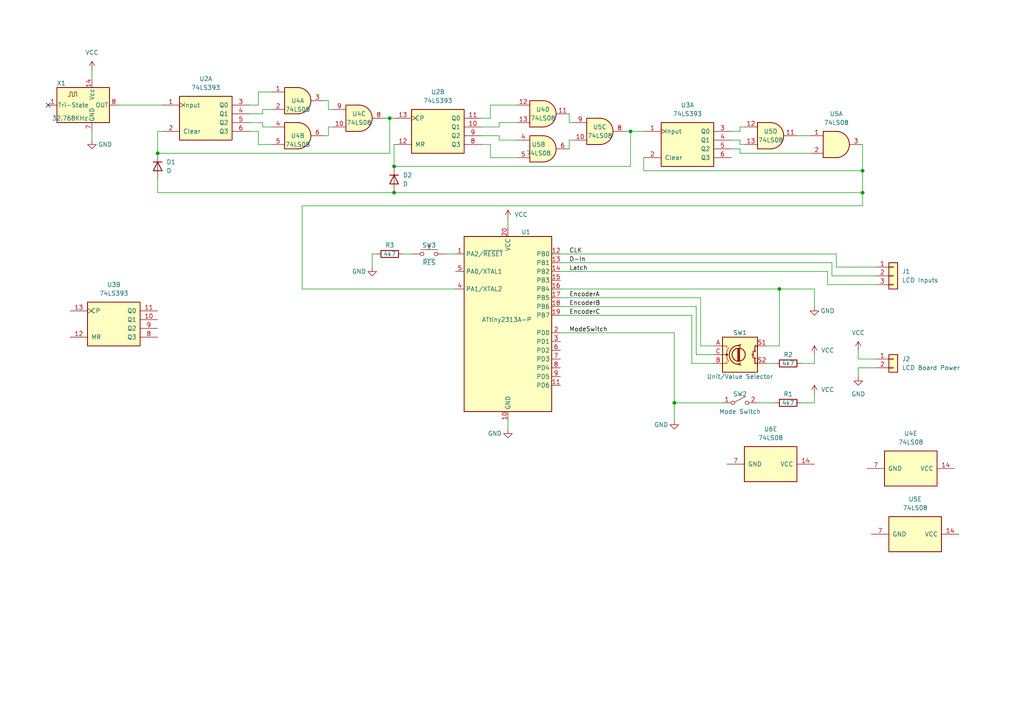
<source format=kicad_sch>
(kicad_sch (version 20230121) (generator eeschema)

  (uuid 39025b71-e63e-4e16-a989-5088773f106a)

  (paper "A4")

  (lib_symbols
    (symbol "74LS393_1" (pin_names (offset 1.016)) (in_bom yes) (on_board yes)
      (property "Reference" "U3" (at 0 10.16 0)
        (effects (font (size 1.27 1.27)))
      )
      (property "Value" "74LS393" (at 0 7.62 0)
        (effects (font (size 1.27 1.27)))
      )
      (property "Footprint" "" (at 0 0 0)
        (effects (font (size 1.27 1.27)) hide)
      )
      (property "Datasheet" "74xx\\74LS393.pdf" (at 0 -10.16 0)
        (effects (font (size 1.27 1.27)) hide)
      )
      (property "ki_locked" "" (at 0 0 0)
        (effects (font (size 1.27 1.27)))
      )
      (property "ki_keywords" "TTL CNT CNT4" (at 0 0 0)
        (effects (font (size 1.27 1.27)) hide)
      )
      (property "ki_description" "Dual BCD 4-bit counter" (at 0 0 0)
        (effects (font (size 1.27 1.27)) hide)
      )
      (property "ki_fp_filters" "DIP*W7.62mm*" (at 0 0 0)
        (effects (font (size 1.27 1.27)) hide)
      )
      (symbol "74LS393_1_1_0"
        (pin input clock (at -12.7 2.54 0) (length 5.08)
          (name "Input" (effects (font (size 1.27 1.27))))
          (number "1" (effects (font (size 1.27 1.27))))
        )
        (pin input line (at -12.7 -5.08 0) (length 5.08)
          (name "Clear" (effects (font (size 1.27 1.27))))
          (number "2" (effects (font (size 1.27 1.27))))
        )
        (pin output line (at 12.7 2.54 180) (length 5.08)
          (name "Q0" (effects (font (size 1.27 1.27))))
          (number "3" (effects (font (size 1.27 1.27))))
        )
        (pin output line (at 12.7 0 180) (length 5.08)
          (name "Q1" (effects (font (size 1.27 1.27))))
          (number "4" (effects (font (size 1.27 1.27))))
        )
        (pin output line (at 12.7 -2.54 180) (length 5.08)
          (name "Q2" (effects (font (size 1.27 1.27))))
          (number "5" (effects (font (size 1.27 1.27))))
        )
        (pin output line (at 12.7 -5.08 180) (length 5.08)
          (name "Q3" (effects (font (size 1.27 1.27))))
          (number "6" (effects (font (size 1.27 1.27))))
        )
      )
      (symbol "74LS393_1_1_1"
        (rectangle (start -7.62 5.08) (end 7.62 -7.62)
          (stroke (width 0.254) (type default))
          (fill (type background))
        )
      )
      (symbol "74LS393_1_2_0"
        (pin output line (at 12.7 0 180) (length 5.08)
          (name "Q1" (effects (font (size 1.27 1.27))))
          (number "10" (effects (font (size 1.27 1.27))))
        )
        (pin output line (at 12.7 2.54 180) (length 5.08)
          (name "Q0" (effects (font (size 1.27 1.27))))
          (number "11" (effects (font (size 1.27 1.27))))
        )
        (pin input line (at -12.7 -5.08 0) (length 5.08)
          (name "MR" (effects (font (size 1.27 1.27))))
          (number "12" (effects (font (size 1.27 1.27))))
        )
        (pin input clock (at -12.7 2.54 0) (length 5.08)
          (name "CP" (effects (font (size 1.27 1.27))))
          (number "13" (effects (font (size 1.27 1.27))))
        )
        (pin output line (at 12.7 -5.08 180) (length 5.08)
          (name "Q3" (effects (font (size 1.27 1.27))))
          (number "8" (effects (font (size 1.27 1.27))))
        )
        (pin output line (at 12.7 -2.54 180) (length 5.08)
          (name "Q2" (effects (font (size 1.27 1.27))))
          (number "9" (effects (font (size 1.27 1.27))))
        )
      )
      (symbol "74LS393_1_2_1"
        (rectangle (start -7.62 5.08) (end 7.62 -7.62)
          (stroke (width 0.254) (type default))
          (fill (type background))
        )
      )
      (symbol "74LS393_1_3_0"
        (pin power_in line (at 0 12.7 270) (length 5.08)
          (name "VCC" (effects (font (size 1.27 1.27))))
          (number "14" (effects (font (size 1.27 1.27))))
        )
        (pin power_in line (at 0 -12.7 90) (length 5.08)
          (name "GND" (effects (font (size 1.27 1.27))))
          (number "7" (effects (font (size 1.27 1.27))))
        )
      )
      (symbol "74LS393_1_3_1"
        (rectangle (start -5.08 7.62) (end 5.08 -7.62)
          (stroke (width 0.254) (type default))
          (fill (type background))
        )
      )
    )
    (symbol "74xx:74LS08" (pin_names (offset 1.016)) (in_bom yes) (on_board yes)
      (property "Reference" "U" (at 0 1.27 0)
        (effects (font (size 1.27 1.27)))
      )
      (property "Value" "74LS08" (at 0 -1.27 0)
        (effects (font (size 1.27 1.27)))
      )
      (property "Footprint" "" (at 0 0 0)
        (effects (font (size 1.27 1.27)) hide)
      )
      (property "Datasheet" "http://www.ti.com/lit/gpn/sn74LS08" (at 0 0 0)
        (effects (font (size 1.27 1.27)) hide)
      )
      (property "ki_locked" "" (at 0 0 0)
        (effects (font (size 1.27 1.27)))
      )
      (property "ki_keywords" "TTL and2" (at 0 0 0)
        (effects (font (size 1.27 1.27)) hide)
      )
      (property "ki_description" "Quad And2" (at 0 0 0)
        (effects (font (size 1.27 1.27)) hide)
      )
      (property "ki_fp_filters" "DIP*W7.62mm*" (at 0 0 0)
        (effects (font (size 1.27 1.27)) hide)
      )
      (symbol "74LS08_1_1"
        (arc (start 0 -3.81) (mid 3.7934 0) (end 0 3.81)
          (stroke (width 0.254) (type default))
          (fill (type background))
        )
        (polyline
          (pts
            (xy 0 3.81)
            (xy -3.81 3.81)
            (xy -3.81 -3.81)
            (xy 0 -3.81)
          )
          (stroke (width 0.254) (type default))
          (fill (type background))
        )
        (pin input line (at -7.62 2.54 0) (length 3.81)
          (name "~" (effects (font (size 1.27 1.27))))
          (number "1" (effects (font (size 1.27 1.27))))
        )
        (pin input line (at -7.62 -2.54 0) (length 3.81)
          (name "~" (effects (font (size 1.27 1.27))))
          (number "2" (effects (font (size 1.27 1.27))))
        )
        (pin output line (at 7.62 0 180) (length 3.81)
          (name "~" (effects (font (size 1.27 1.27))))
          (number "3" (effects (font (size 1.27 1.27))))
        )
      )
      (symbol "74LS08_1_2"
        (arc (start -3.81 -3.81) (mid -2.589 0) (end -3.81 3.81)
          (stroke (width 0.254) (type default))
          (fill (type none))
        )
        (arc (start -0.6096 -3.81) (mid 2.1842 -2.5851) (end 3.81 0)
          (stroke (width 0.254) (type default))
          (fill (type background))
        )
        (polyline
          (pts
            (xy -3.81 -3.81)
            (xy -0.635 -3.81)
          )
          (stroke (width 0.254) (type default))
          (fill (type background))
        )
        (polyline
          (pts
            (xy -3.81 3.81)
            (xy -0.635 3.81)
          )
          (stroke (width 0.254) (type default))
          (fill (type background))
        )
        (polyline
          (pts
            (xy -0.635 3.81)
            (xy -3.81 3.81)
            (xy -3.81 3.81)
            (xy -3.556 3.4036)
            (xy -3.0226 2.2606)
            (xy -2.6924 1.0414)
            (xy -2.6162 -0.254)
            (xy -2.7686 -1.4986)
            (xy -3.175 -2.7178)
            (xy -3.81 -3.81)
            (xy -3.81 -3.81)
            (xy -0.635 -3.81)
          )
          (stroke (width -25.4) (type default))
          (fill (type background))
        )
        (arc (start 3.81 0) (mid 2.1915 2.5936) (end -0.6096 3.81)
          (stroke (width 0.254) (type default))
          (fill (type background))
        )
        (pin input inverted (at -7.62 2.54 0) (length 4.318)
          (name "~" (effects (font (size 1.27 1.27))))
          (number "1" (effects (font (size 1.27 1.27))))
        )
        (pin input inverted (at -7.62 -2.54 0) (length 4.318)
          (name "~" (effects (font (size 1.27 1.27))))
          (number "2" (effects (font (size 1.27 1.27))))
        )
        (pin output inverted (at 7.62 0 180) (length 3.81)
          (name "~" (effects (font (size 1.27 1.27))))
          (number "3" (effects (font (size 1.27 1.27))))
        )
      )
      (symbol "74LS08_2_1"
        (arc (start 0 -3.81) (mid 3.7934 0) (end 0 3.81)
          (stroke (width 0.254) (type default))
          (fill (type background))
        )
        (polyline
          (pts
            (xy 0 3.81)
            (xy -3.81 3.81)
            (xy -3.81 -3.81)
            (xy 0 -3.81)
          )
          (stroke (width 0.254) (type default))
          (fill (type background))
        )
        (pin input line (at -7.62 2.54 0) (length 3.81)
          (name "~" (effects (font (size 1.27 1.27))))
          (number "4" (effects (font (size 1.27 1.27))))
        )
        (pin input line (at -7.62 -2.54 0) (length 3.81)
          (name "~" (effects (font (size 1.27 1.27))))
          (number "5" (effects (font (size 1.27 1.27))))
        )
        (pin output line (at 7.62 0 180) (length 3.81)
          (name "~" (effects (font (size 1.27 1.27))))
          (number "6" (effects (font (size 1.27 1.27))))
        )
      )
      (symbol "74LS08_2_2"
        (arc (start -3.81 -3.81) (mid -2.589 0) (end -3.81 3.81)
          (stroke (width 0.254) (type default))
          (fill (type none))
        )
        (arc (start -0.6096 -3.81) (mid 2.1842 -2.5851) (end 3.81 0)
          (stroke (width 0.254) (type default))
          (fill (type background))
        )
        (polyline
          (pts
            (xy -3.81 -3.81)
            (xy -0.635 -3.81)
          )
          (stroke (width 0.254) (type default))
          (fill (type background))
        )
        (polyline
          (pts
            (xy -3.81 3.81)
            (xy -0.635 3.81)
          )
          (stroke (width 0.254) (type default))
          (fill (type background))
        )
        (polyline
          (pts
            (xy -0.635 3.81)
            (xy -3.81 3.81)
            (xy -3.81 3.81)
            (xy -3.556 3.4036)
            (xy -3.0226 2.2606)
            (xy -2.6924 1.0414)
            (xy -2.6162 -0.254)
            (xy -2.7686 -1.4986)
            (xy -3.175 -2.7178)
            (xy -3.81 -3.81)
            (xy -3.81 -3.81)
            (xy -0.635 -3.81)
          )
          (stroke (width -25.4) (type default))
          (fill (type background))
        )
        (arc (start 3.81 0) (mid 2.1915 2.5936) (end -0.6096 3.81)
          (stroke (width 0.254) (type default))
          (fill (type background))
        )
        (pin input inverted (at -7.62 2.54 0) (length 4.318)
          (name "~" (effects (font (size 1.27 1.27))))
          (number "4" (effects (font (size 1.27 1.27))))
        )
        (pin input inverted (at -7.62 -2.54 0) (length 4.318)
          (name "~" (effects (font (size 1.27 1.27))))
          (number "5" (effects (font (size 1.27 1.27))))
        )
        (pin output inverted (at 7.62 0 180) (length 3.81)
          (name "~" (effects (font (size 1.27 1.27))))
          (number "6" (effects (font (size 1.27 1.27))))
        )
      )
      (symbol "74LS08_3_1"
        (arc (start 0 -3.81) (mid 3.7934 0) (end 0 3.81)
          (stroke (width 0.254) (type default))
          (fill (type background))
        )
        (polyline
          (pts
            (xy 0 3.81)
            (xy -3.81 3.81)
            (xy -3.81 -3.81)
            (xy 0 -3.81)
          )
          (stroke (width 0.254) (type default))
          (fill (type background))
        )
        (pin input line (at -7.62 -2.54 0) (length 3.81)
          (name "~" (effects (font (size 1.27 1.27))))
          (number "10" (effects (font (size 1.27 1.27))))
        )
        (pin output line (at 7.62 0 180) (length 3.81)
          (name "~" (effects (font (size 1.27 1.27))))
          (number "8" (effects (font (size 1.27 1.27))))
        )
        (pin input line (at -7.62 2.54 0) (length 3.81)
          (name "~" (effects (font (size 1.27 1.27))))
          (number "9" (effects (font (size 1.27 1.27))))
        )
      )
      (symbol "74LS08_3_2"
        (arc (start -3.81 -3.81) (mid -2.589 0) (end -3.81 3.81)
          (stroke (width 0.254) (type default))
          (fill (type none))
        )
        (arc (start -0.6096 -3.81) (mid 2.1842 -2.5851) (end 3.81 0)
          (stroke (width 0.254) (type default))
          (fill (type background))
        )
        (polyline
          (pts
            (xy -3.81 -3.81)
            (xy -0.635 -3.81)
          )
          (stroke (width 0.254) (type default))
          (fill (type background))
        )
        (polyline
          (pts
            (xy -3.81 3.81)
            (xy -0.635 3.81)
          )
          (stroke (width 0.254) (type default))
          (fill (type background))
        )
        (polyline
          (pts
            (xy -0.635 3.81)
            (xy -3.81 3.81)
            (xy -3.81 3.81)
            (xy -3.556 3.4036)
            (xy -3.0226 2.2606)
            (xy -2.6924 1.0414)
            (xy -2.6162 -0.254)
            (xy -2.7686 -1.4986)
            (xy -3.175 -2.7178)
            (xy -3.81 -3.81)
            (xy -3.81 -3.81)
            (xy -0.635 -3.81)
          )
          (stroke (width -25.4) (type default))
          (fill (type background))
        )
        (arc (start 3.81 0) (mid 2.1915 2.5936) (end -0.6096 3.81)
          (stroke (width 0.254) (type default))
          (fill (type background))
        )
        (pin input inverted (at -7.62 -2.54 0) (length 4.318)
          (name "~" (effects (font (size 1.27 1.27))))
          (number "10" (effects (font (size 1.27 1.27))))
        )
        (pin output inverted (at 7.62 0 180) (length 3.81)
          (name "~" (effects (font (size 1.27 1.27))))
          (number "8" (effects (font (size 1.27 1.27))))
        )
        (pin input inverted (at -7.62 2.54 0) (length 4.318)
          (name "~" (effects (font (size 1.27 1.27))))
          (number "9" (effects (font (size 1.27 1.27))))
        )
      )
      (symbol "74LS08_4_1"
        (arc (start 0 -3.81) (mid 3.7934 0) (end 0 3.81)
          (stroke (width 0.254) (type default))
          (fill (type background))
        )
        (polyline
          (pts
            (xy 0 3.81)
            (xy -3.81 3.81)
            (xy -3.81 -3.81)
            (xy 0 -3.81)
          )
          (stroke (width 0.254) (type default))
          (fill (type background))
        )
        (pin output line (at 7.62 0 180) (length 3.81)
          (name "~" (effects (font (size 1.27 1.27))))
          (number "11" (effects (font (size 1.27 1.27))))
        )
        (pin input line (at -7.62 2.54 0) (length 3.81)
          (name "~" (effects (font (size 1.27 1.27))))
          (number "12" (effects (font (size 1.27 1.27))))
        )
        (pin input line (at -7.62 -2.54 0) (length 3.81)
          (name "~" (effects (font (size 1.27 1.27))))
          (number "13" (effects (font (size 1.27 1.27))))
        )
      )
      (symbol "74LS08_4_2"
        (arc (start -3.81 -3.81) (mid -2.589 0) (end -3.81 3.81)
          (stroke (width 0.254) (type default))
          (fill (type none))
        )
        (arc (start -0.6096 -3.81) (mid 2.1842 -2.5851) (end 3.81 0)
          (stroke (width 0.254) (type default))
          (fill (type background))
        )
        (polyline
          (pts
            (xy -3.81 -3.81)
            (xy -0.635 -3.81)
          )
          (stroke (width 0.254) (type default))
          (fill (type background))
        )
        (polyline
          (pts
            (xy -3.81 3.81)
            (xy -0.635 3.81)
          )
          (stroke (width 0.254) (type default))
          (fill (type background))
        )
        (polyline
          (pts
            (xy -0.635 3.81)
            (xy -3.81 3.81)
            (xy -3.81 3.81)
            (xy -3.556 3.4036)
            (xy -3.0226 2.2606)
            (xy -2.6924 1.0414)
            (xy -2.6162 -0.254)
            (xy -2.7686 -1.4986)
            (xy -3.175 -2.7178)
            (xy -3.81 -3.81)
            (xy -3.81 -3.81)
            (xy -0.635 -3.81)
          )
          (stroke (width -25.4) (type default))
          (fill (type background))
        )
        (arc (start 3.81 0) (mid 2.1915 2.5936) (end -0.6096 3.81)
          (stroke (width 0.254) (type default))
          (fill (type background))
        )
        (pin output inverted (at 7.62 0 180) (length 3.81)
          (name "~" (effects (font (size 1.27 1.27))))
          (number "11" (effects (font (size 1.27 1.27))))
        )
        (pin input inverted (at -7.62 2.54 0) (length 4.318)
          (name "~" (effects (font (size 1.27 1.27))))
          (number "12" (effects (font (size 1.27 1.27))))
        )
        (pin input inverted (at -7.62 -2.54 0) (length 4.318)
          (name "~" (effects (font (size 1.27 1.27))))
          (number "13" (effects (font (size 1.27 1.27))))
        )
      )
      (symbol "74LS08_5_0"
        (pin power_in line (at 0 12.7 270) (length 5.08)
          (name "VCC" (effects (font (size 1.27 1.27))))
          (number "14" (effects (font (size 1.27 1.27))))
        )
        (pin power_in line (at 0 -12.7 90) (length 5.08)
          (name "GND" (effects (font (size 1.27 1.27))))
          (number "7" (effects (font (size 1.27 1.27))))
        )
      )
      (symbol "74LS08_5_1"
        (rectangle (start -5.08 7.62) (end 5.08 -7.62)
          (stroke (width 0.254) (type default))
          (fill (type background))
        )
      )
    )
    (symbol "74xx:74LS393" (pin_names (offset 1.016)) (in_bom yes) (on_board yes)
      (property "Reference" "U" (at -7.62 8.89 0)
        (effects (font (size 1.27 1.27)))
      )
      (property "Value" "74LS393" (at -7.62 -8.89 0)
        (effects (font (size 1.27 1.27)))
      )
      (property "Footprint" "" (at 0 0 0)
        (effects (font (size 1.27 1.27)) hide)
      )
      (property "Datasheet" "74xx\\74LS393.pdf" (at 0 0 0)
        (effects (font (size 1.27 1.27)) hide)
      )
      (property "ki_locked" "" (at 0 0 0)
        (effects (font (size 1.27 1.27)))
      )
      (property "ki_keywords" "TTL CNT CNT4" (at 0 0 0)
        (effects (font (size 1.27 1.27)) hide)
      )
      (property "ki_description" "Dual BCD 4-bit counter" (at 0 0 0)
        (effects (font (size 1.27 1.27)) hide)
      )
      (property "ki_fp_filters" "DIP*W7.62mm*" (at 0 0 0)
        (effects (font (size 1.27 1.27)) hide)
      )
      (symbol "74LS393_1_0"
        (pin input clock (at -12.7 2.54 0) (length 5.08)
          (name "CP" (effects (font (size 1.27 1.27))))
          (number "1" (effects (font (size 1.27 1.27))))
        )
        (pin input line (at -12.7 -5.08 0) (length 5.08)
          (name "MR" (effects (font (size 1.27 1.27))))
          (number "2" (effects (font (size 1.27 1.27))))
        )
        (pin output line (at 12.7 2.54 180) (length 5.08)
          (name "Q0" (effects (font (size 1.27 1.27))))
          (number "3" (effects (font (size 1.27 1.27))))
        )
        (pin output line (at 12.7 0 180) (length 5.08)
          (name "Q1" (effects (font (size 1.27 1.27))))
          (number "4" (effects (font (size 1.27 1.27))))
        )
        (pin output line (at 12.7 -2.54 180) (length 5.08)
          (name "Q2" (effects (font (size 1.27 1.27))))
          (number "5" (effects (font (size 1.27 1.27))))
        )
        (pin output line (at 12.7 -5.08 180) (length 5.08)
          (name "Q3" (effects (font (size 1.27 1.27))))
          (number "6" (effects (font (size 1.27 1.27))))
        )
      )
      (symbol "74LS393_1_1"
        (rectangle (start -7.62 5.08) (end 7.62 -7.62)
          (stroke (width 0.254) (type default))
          (fill (type background))
        )
      )
      (symbol "74LS393_2_0"
        (pin output line (at 12.7 0 180) (length 5.08)
          (name "Q1" (effects (font (size 1.27 1.27))))
          (number "10" (effects (font (size 1.27 1.27))))
        )
        (pin output line (at 12.7 2.54 180) (length 5.08)
          (name "Q0" (effects (font (size 1.27 1.27))))
          (number "11" (effects (font (size 1.27 1.27))))
        )
        (pin input line (at -12.7 -5.08 0) (length 5.08)
          (name "MR" (effects (font (size 1.27 1.27))))
          (number "12" (effects (font (size 1.27 1.27))))
        )
        (pin input clock (at -12.7 2.54 0) (length 5.08)
          (name "CP" (effects (font (size 1.27 1.27))))
          (number "13" (effects (font (size 1.27 1.27))))
        )
        (pin output line (at 12.7 -5.08 180) (length 5.08)
          (name "Q3" (effects (font (size 1.27 1.27))))
          (number "8" (effects (font (size 1.27 1.27))))
        )
        (pin output line (at 12.7 -2.54 180) (length 5.08)
          (name "Q2" (effects (font (size 1.27 1.27))))
          (number "9" (effects (font (size 1.27 1.27))))
        )
      )
      (symbol "74LS393_2_1"
        (rectangle (start -7.62 5.08) (end 7.62 -7.62)
          (stroke (width 0.254) (type default))
          (fill (type background))
        )
      )
      (symbol "74LS393_3_0"
        (pin power_in line (at 0 12.7 270) (length 5.08)
          (name "VCC" (effects (font (size 1.27 1.27))))
          (number "14" (effects (font (size 1.27 1.27))))
        )
        (pin power_in line (at 0 -12.7 90) (length 5.08)
          (name "GND" (effects (font (size 1.27 1.27))))
          (number "7" (effects (font (size 1.27 1.27))))
        )
      )
      (symbol "74LS393_3_1"
        (rectangle (start -5.08 7.62) (end 5.08 -7.62)
          (stroke (width 0.254) (type default))
          (fill (type background))
        )
      )
    )
    (symbol "Connector_Generic:Conn_01x02" (pin_names (offset 1.016) hide) (in_bom yes) (on_board yes)
      (property "Reference" "J" (at 0 2.54 0)
        (effects (font (size 1.27 1.27)))
      )
      (property "Value" "Conn_01x02" (at 0 -5.08 0)
        (effects (font (size 1.27 1.27)))
      )
      (property "Footprint" "" (at 0 0 0)
        (effects (font (size 1.27 1.27)) hide)
      )
      (property "Datasheet" "~" (at 0 0 0)
        (effects (font (size 1.27 1.27)) hide)
      )
      (property "ki_keywords" "connector" (at 0 0 0)
        (effects (font (size 1.27 1.27)) hide)
      )
      (property "ki_description" "Generic connector, single row, 01x02, script generated (kicad-library-utils/schlib/autogen/connector/)" (at 0 0 0)
        (effects (font (size 1.27 1.27)) hide)
      )
      (property "ki_fp_filters" "Connector*:*_1x??_*" (at 0 0 0)
        (effects (font (size 1.27 1.27)) hide)
      )
      (symbol "Conn_01x02_1_1"
        (rectangle (start -1.27 -2.413) (end 0 -2.667)
          (stroke (width 0.1524) (type default))
          (fill (type none))
        )
        (rectangle (start -1.27 0.127) (end 0 -0.127)
          (stroke (width 0.1524) (type default))
          (fill (type none))
        )
        (rectangle (start -1.27 1.27) (end 1.27 -3.81)
          (stroke (width 0.254) (type default))
          (fill (type background))
        )
        (pin passive line (at -5.08 0 0) (length 3.81)
          (name "Pin_1" (effects (font (size 1.27 1.27))))
          (number "1" (effects (font (size 1.27 1.27))))
        )
        (pin passive line (at -5.08 -2.54 0) (length 3.81)
          (name "Pin_2" (effects (font (size 1.27 1.27))))
          (number "2" (effects (font (size 1.27 1.27))))
        )
      )
    )
    (symbol "Connector_Generic:Conn_01x03" (pin_names (offset 1.016) hide) (in_bom yes) (on_board yes)
      (property "Reference" "J" (at 0 5.08 0)
        (effects (font (size 1.27 1.27)))
      )
      (property "Value" "Conn_01x03" (at 0 -5.08 0)
        (effects (font (size 1.27 1.27)))
      )
      (property "Footprint" "" (at 0 0 0)
        (effects (font (size 1.27 1.27)) hide)
      )
      (property "Datasheet" "~" (at 0 0 0)
        (effects (font (size 1.27 1.27)) hide)
      )
      (property "ki_keywords" "connector" (at 0 0 0)
        (effects (font (size 1.27 1.27)) hide)
      )
      (property "ki_description" "Generic connector, single row, 01x03, script generated (kicad-library-utils/schlib/autogen/connector/)" (at 0 0 0)
        (effects (font (size 1.27 1.27)) hide)
      )
      (property "ki_fp_filters" "Connector*:*_1x??_*" (at 0 0 0)
        (effects (font (size 1.27 1.27)) hide)
      )
      (symbol "Conn_01x03_1_1"
        (rectangle (start -1.27 -2.413) (end 0 -2.667)
          (stroke (width 0.1524) (type default))
          (fill (type none))
        )
        (rectangle (start -1.27 0.127) (end 0 -0.127)
          (stroke (width 0.1524) (type default))
          (fill (type none))
        )
        (rectangle (start -1.27 2.667) (end 0 2.413)
          (stroke (width 0.1524) (type default))
          (fill (type none))
        )
        (rectangle (start -1.27 3.81) (end 1.27 -3.81)
          (stroke (width 0.254) (type default))
          (fill (type background))
        )
        (pin passive line (at -5.08 2.54 0) (length 3.81)
          (name "Pin_1" (effects (font (size 1.27 1.27))))
          (number "1" (effects (font (size 1.27 1.27))))
        )
        (pin passive line (at -5.08 0 0) (length 3.81)
          (name "Pin_2" (effects (font (size 1.27 1.27))))
          (number "2" (effects (font (size 1.27 1.27))))
        )
        (pin passive line (at -5.08 -2.54 0) (length 3.81)
          (name "Pin_3" (effects (font (size 1.27 1.27))))
          (number "3" (effects (font (size 1.27 1.27))))
        )
      )
    )
    (symbol "Device:D" (pin_numbers hide) (pin_names (offset 1.016) hide) (in_bom yes) (on_board yes)
      (property "Reference" "D" (at 0 2.54 0)
        (effects (font (size 1.27 1.27)))
      )
      (property "Value" "D" (at 0 -2.54 0)
        (effects (font (size 1.27 1.27)))
      )
      (property "Footprint" "" (at 0 0 0)
        (effects (font (size 1.27 1.27)) hide)
      )
      (property "Datasheet" "~" (at 0 0 0)
        (effects (font (size 1.27 1.27)) hide)
      )
      (property "Sim.Device" "D" (at 0 0 0)
        (effects (font (size 1.27 1.27)) hide)
      )
      (property "Sim.Pins" "1=K 2=A" (at 0 0 0)
        (effects (font (size 1.27 1.27)) hide)
      )
      (property "ki_keywords" "diode" (at 0 0 0)
        (effects (font (size 1.27 1.27)) hide)
      )
      (property "ki_description" "Diode" (at 0 0 0)
        (effects (font (size 1.27 1.27)) hide)
      )
      (property "ki_fp_filters" "TO-???* *_Diode_* *SingleDiode* D_*" (at 0 0 0)
        (effects (font (size 1.27 1.27)) hide)
      )
      (symbol "D_0_1"
        (polyline
          (pts
            (xy -1.27 1.27)
            (xy -1.27 -1.27)
          )
          (stroke (width 0.254) (type default))
          (fill (type none))
        )
        (polyline
          (pts
            (xy 1.27 0)
            (xy -1.27 0)
          )
          (stroke (width 0) (type default))
          (fill (type none))
        )
        (polyline
          (pts
            (xy 1.27 1.27)
            (xy 1.27 -1.27)
            (xy -1.27 0)
            (xy 1.27 1.27)
          )
          (stroke (width 0.254) (type default))
          (fill (type none))
        )
      )
      (symbol "D_1_1"
        (pin passive line (at -3.81 0 0) (length 2.54)
          (name "K" (effects (font (size 1.27 1.27))))
          (number "1" (effects (font (size 1.27 1.27))))
        )
        (pin passive line (at 3.81 0 180) (length 2.54)
          (name "A" (effects (font (size 1.27 1.27))))
          (number "2" (effects (font (size 1.27 1.27))))
        )
      )
    )
    (symbol "Device:R" (pin_numbers hide) (pin_names (offset 0)) (in_bom yes) (on_board yes)
      (property "Reference" "R" (at 2.032 0 90)
        (effects (font (size 1.27 1.27)))
      )
      (property "Value" "R" (at 0 0 90)
        (effects (font (size 1.27 1.27)))
      )
      (property "Footprint" "" (at -1.778 0 90)
        (effects (font (size 1.27 1.27)) hide)
      )
      (property "Datasheet" "~" (at 0 0 0)
        (effects (font (size 1.27 1.27)) hide)
      )
      (property "ki_keywords" "R res resistor" (at 0 0 0)
        (effects (font (size 1.27 1.27)) hide)
      )
      (property "ki_description" "Resistor" (at 0 0 0)
        (effects (font (size 1.27 1.27)) hide)
      )
      (property "ki_fp_filters" "R_*" (at 0 0 0)
        (effects (font (size 1.27 1.27)) hide)
      )
      (symbol "R_0_1"
        (rectangle (start -1.016 -2.54) (end 1.016 2.54)
          (stroke (width 0.254) (type default))
          (fill (type none))
        )
      )
      (symbol "R_1_1"
        (pin passive line (at 0 3.81 270) (length 1.27)
          (name "~" (effects (font (size 1.27 1.27))))
          (number "1" (effects (font (size 1.27 1.27))))
        )
        (pin passive line (at 0 -3.81 90) (length 1.27)
          (name "~" (effects (font (size 1.27 1.27))))
          (number "2" (effects (font (size 1.27 1.27))))
        )
      )
    )
    (symbol "Device:RotaryEncoder_Switch" (pin_names (offset 0.254) hide) (in_bom yes) (on_board yes)
      (property "Reference" "SW" (at 0 6.604 0)
        (effects (font (size 1.27 1.27)))
      )
      (property "Value" "RotaryEncoder_Switch" (at 0 -6.604 0)
        (effects (font (size 1.27 1.27)))
      )
      (property "Footprint" "" (at -3.81 4.064 0)
        (effects (font (size 1.27 1.27)) hide)
      )
      (property "Datasheet" "~" (at 0 6.604 0)
        (effects (font (size 1.27 1.27)) hide)
      )
      (property "ki_keywords" "rotary switch encoder switch push button" (at 0 0 0)
        (effects (font (size 1.27 1.27)) hide)
      )
      (property "ki_description" "Rotary encoder, dual channel, incremental quadrate outputs, with switch" (at 0 0 0)
        (effects (font (size 1.27 1.27)) hide)
      )
      (property "ki_fp_filters" "RotaryEncoder*Switch*" (at 0 0 0)
        (effects (font (size 1.27 1.27)) hide)
      )
      (symbol "RotaryEncoder_Switch_0_1"
        (rectangle (start -5.08 5.08) (end 5.08 -5.08)
          (stroke (width 0.254) (type default))
          (fill (type background))
        )
        (circle (center -3.81 0) (radius 0.254)
          (stroke (width 0) (type default))
          (fill (type outline))
        )
        (circle (center -0.381 0) (radius 1.905)
          (stroke (width 0.254) (type default))
          (fill (type none))
        )
        (arc (start -0.381 2.667) (mid -3.0988 -0.0635) (end -0.381 -2.794)
          (stroke (width 0.254) (type default))
          (fill (type none))
        )
        (polyline
          (pts
            (xy -0.635 -1.778)
            (xy -0.635 1.778)
          )
          (stroke (width 0.254) (type default))
          (fill (type none))
        )
        (polyline
          (pts
            (xy -0.381 -1.778)
            (xy -0.381 1.778)
          )
          (stroke (width 0.254) (type default))
          (fill (type none))
        )
        (polyline
          (pts
            (xy -0.127 1.778)
            (xy -0.127 -1.778)
          )
          (stroke (width 0.254) (type default))
          (fill (type none))
        )
        (polyline
          (pts
            (xy 3.81 0)
            (xy 3.429 0)
          )
          (stroke (width 0.254) (type default))
          (fill (type none))
        )
        (polyline
          (pts
            (xy 3.81 1.016)
            (xy 3.81 -1.016)
          )
          (stroke (width 0.254) (type default))
          (fill (type none))
        )
        (polyline
          (pts
            (xy -5.08 -2.54)
            (xy -3.81 -2.54)
            (xy -3.81 -2.032)
          )
          (stroke (width 0) (type default))
          (fill (type none))
        )
        (polyline
          (pts
            (xy -5.08 2.54)
            (xy -3.81 2.54)
            (xy -3.81 2.032)
          )
          (stroke (width 0) (type default))
          (fill (type none))
        )
        (polyline
          (pts
            (xy 0.254 -3.048)
            (xy -0.508 -2.794)
            (xy 0.127 -2.413)
          )
          (stroke (width 0.254) (type default))
          (fill (type none))
        )
        (polyline
          (pts
            (xy 0.254 2.921)
            (xy -0.508 2.667)
            (xy 0.127 2.286)
          )
          (stroke (width 0.254) (type default))
          (fill (type none))
        )
        (polyline
          (pts
            (xy 5.08 -2.54)
            (xy 4.318 -2.54)
            (xy 4.318 -1.016)
          )
          (stroke (width 0.254) (type default))
          (fill (type none))
        )
        (polyline
          (pts
            (xy 5.08 2.54)
            (xy 4.318 2.54)
            (xy 4.318 1.016)
          )
          (stroke (width 0.254) (type default))
          (fill (type none))
        )
        (polyline
          (pts
            (xy -5.08 0)
            (xy -3.81 0)
            (xy -3.81 -1.016)
            (xy -3.302 -2.032)
          )
          (stroke (width 0) (type default))
          (fill (type none))
        )
        (polyline
          (pts
            (xy -4.318 0)
            (xy -3.81 0)
            (xy -3.81 1.016)
            (xy -3.302 2.032)
          )
          (stroke (width 0) (type default))
          (fill (type none))
        )
        (circle (center 4.318 -1.016) (radius 0.127)
          (stroke (width 0.254) (type default))
          (fill (type none))
        )
        (circle (center 4.318 1.016) (radius 0.127)
          (stroke (width 0.254) (type default))
          (fill (type none))
        )
      )
      (symbol "RotaryEncoder_Switch_1_1"
        (pin passive line (at -7.62 2.54 0) (length 2.54)
          (name "A" (effects (font (size 1.27 1.27))))
          (number "A" (effects (font (size 1.27 1.27))))
        )
        (pin passive line (at -7.62 -2.54 0) (length 2.54)
          (name "B" (effects (font (size 1.27 1.27))))
          (number "B" (effects (font (size 1.27 1.27))))
        )
        (pin passive line (at -7.62 0 0) (length 2.54)
          (name "C" (effects (font (size 1.27 1.27))))
          (number "C" (effects (font (size 1.27 1.27))))
        )
        (pin passive line (at 7.62 2.54 180) (length 2.54)
          (name "S1" (effects (font (size 1.27 1.27))))
          (number "S1" (effects (font (size 1.27 1.27))))
        )
        (pin passive line (at 7.62 -2.54 180) (length 2.54)
          (name "S2" (effects (font (size 1.27 1.27))))
          (number "S2" (effects (font (size 1.27 1.27))))
        )
      )
    )
    (symbol "MCU_Microchip_ATtiny:ATtiny2313A-P" (in_bom yes) (on_board yes)
      (property "Reference" "U" (at -12.7 26.67 0)
        (effects (font (size 1.27 1.27)) (justify left bottom))
      )
      (property "Value" "ATtiny2313A-P" (at 2.54 -26.67 0)
        (effects (font (size 1.27 1.27)) (justify left top))
      )
      (property "Footprint" "Package_DIP:DIP-20_W7.62mm" (at 0 0 0)
        (effects (font (size 1.27 1.27) italic) hide)
      )
      (property "Datasheet" "http://ww1.microchip.com/downloads/en/DeviceDoc/doc8246.pdf" (at 0 0 0)
        (effects (font (size 1.27 1.27)) hide)
      )
      (property "ki_keywords" "AVR 8bit Microcontroller tinyAVR" (at 0 0 0)
        (effects (font (size 1.27 1.27)) hide)
      )
      (property "ki_description" "20MHz, 2kB Flash, 128B SRAM, 128B EEPROM, DIP-20" (at 0 0 0)
        (effects (font (size 1.27 1.27)) hide)
      )
      (property "ki_fp_filters" "DIP*W7.62mm*" (at 0 0 0)
        (effects (font (size 1.27 1.27)) hide)
      )
      (symbol "ATtiny2313A-P_0_1"
        (rectangle (start -12.7 -25.4) (end 12.7 25.4)
          (stroke (width 0.254) (type default))
          (fill (type background))
        )
      )
      (symbol "ATtiny2313A-P_1_1"
        (pin bidirectional line (at -15.24 20.32 0) (length 2.54)
          (name "PA2/~{RESET}" (effects (font (size 1.27 1.27))))
          (number "1" (effects (font (size 1.27 1.27))))
        )
        (pin power_in line (at 0 -27.94 90) (length 2.54)
          (name "GND" (effects (font (size 1.27 1.27))))
          (number "10" (effects (font (size 1.27 1.27))))
        )
        (pin bidirectional line (at 15.24 -17.78 180) (length 2.54)
          (name "PD6" (effects (font (size 1.27 1.27))))
          (number "11" (effects (font (size 1.27 1.27))))
        )
        (pin bidirectional line (at 15.24 20.32 180) (length 2.54)
          (name "PB0" (effects (font (size 1.27 1.27))))
          (number "12" (effects (font (size 1.27 1.27))))
        )
        (pin bidirectional line (at 15.24 17.78 180) (length 2.54)
          (name "PB1" (effects (font (size 1.27 1.27))))
          (number "13" (effects (font (size 1.27 1.27))))
        )
        (pin bidirectional line (at 15.24 15.24 180) (length 2.54)
          (name "PB2" (effects (font (size 1.27 1.27))))
          (number "14" (effects (font (size 1.27 1.27))))
        )
        (pin bidirectional line (at 15.24 12.7 180) (length 2.54)
          (name "PB3" (effects (font (size 1.27 1.27))))
          (number "15" (effects (font (size 1.27 1.27))))
        )
        (pin bidirectional line (at 15.24 10.16 180) (length 2.54)
          (name "PB4" (effects (font (size 1.27 1.27))))
          (number "16" (effects (font (size 1.27 1.27))))
        )
        (pin bidirectional line (at 15.24 7.62 180) (length 2.54)
          (name "PB5" (effects (font (size 1.27 1.27))))
          (number "17" (effects (font (size 1.27 1.27))))
        )
        (pin bidirectional line (at 15.24 5.08 180) (length 2.54)
          (name "PB6" (effects (font (size 1.27 1.27))))
          (number "18" (effects (font (size 1.27 1.27))))
        )
        (pin bidirectional line (at 15.24 2.54 180) (length 2.54)
          (name "PB7" (effects (font (size 1.27 1.27))))
          (number "19" (effects (font (size 1.27 1.27))))
        )
        (pin bidirectional line (at 15.24 -2.54 180) (length 2.54)
          (name "PD0" (effects (font (size 1.27 1.27))))
          (number "2" (effects (font (size 1.27 1.27))))
        )
        (pin power_in line (at 0 27.94 270) (length 2.54)
          (name "VCC" (effects (font (size 1.27 1.27))))
          (number "20" (effects (font (size 1.27 1.27))))
        )
        (pin bidirectional line (at 15.24 -5.08 180) (length 2.54)
          (name "PD1" (effects (font (size 1.27 1.27))))
          (number "3" (effects (font (size 1.27 1.27))))
        )
        (pin bidirectional line (at -15.24 10.16 0) (length 2.54)
          (name "PA1/XTAL2" (effects (font (size 1.27 1.27))))
          (number "4" (effects (font (size 1.27 1.27))))
        )
        (pin bidirectional line (at -15.24 15.24 0) (length 2.54)
          (name "PA0/XTAL1" (effects (font (size 1.27 1.27))))
          (number "5" (effects (font (size 1.27 1.27))))
        )
        (pin bidirectional line (at 15.24 -7.62 180) (length 2.54)
          (name "PD2" (effects (font (size 1.27 1.27))))
          (number "6" (effects (font (size 1.27 1.27))))
        )
        (pin bidirectional line (at 15.24 -10.16 180) (length 2.54)
          (name "PD3" (effects (font (size 1.27 1.27))))
          (number "7" (effects (font (size 1.27 1.27))))
        )
        (pin bidirectional line (at 15.24 -12.7 180) (length 2.54)
          (name "PD4" (effects (font (size 1.27 1.27))))
          (number "8" (effects (font (size 1.27 1.27))))
        )
        (pin bidirectional line (at 15.24 -15.24 180) (length 2.54)
          (name "PD5" (effects (font (size 1.27 1.27))))
          (number "9" (effects (font (size 1.27 1.27))))
        )
      )
    )
    (symbol "Oscillator:ACO-xxxMHz-A" (pin_names (offset 0.254)) (in_bom yes) (on_board yes)
      (property "Reference" "X" (at -5.08 6.35 0)
        (effects (font (size 1.27 1.27)) (justify left))
      )
      (property "Value" "ACO-xxxMHz-A" (at 1.27 -6.35 0)
        (effects (font (size 1.27 1.27)) (justify left))
      )
      (property "Footprint" "Oscillator:Oscillator_DIP-14" (at 11.43 -8.89 0)
        (effects (font (size 1.27 1.27)) hide)
      )
      (property "Datasheet" "http://www.conwin.com/datasheets/cx/cx030.pdf" (at -6.985 3.175 0)
        (effects (font (size 1.27 1.27)) hide)
      )
      (property "ki_keywords" "Crystal Clock Oscillator" (at 0 0 0)
        (effects (font (size 1.27 1.27)) hide)
      )
      (property "ki_description" "HCMOS Crystal Clock Oscillator, DIP14-style metal package" (at 0 0 0)
        (effects (font (size 1.27 1.27)) hide)
      )
      (property "ki_fp_filters" "Oscillator*DIP*14*" (at 0 0 0)
        (effects (font (size 1.27 1.27)) hide)
      )
      (symbol "ACO-xxxMHz-A_0_1"
        (rectangle (start -10.16 5.08) (end 5.08 -5.08)
          (stroke (width 0.254) (type default))
          (fill (type background))
        )
        (polyline
          (pts
            (xy -6.985 2.54)
            (xy -6.35 2.54)
            (xy -6.35 3.81)
            (xy -5.715 3.81)
            (xy -5.715 2.54)
            (xy -5.08 2.54)
            (xy -5.08 3.81)
            (xy -4.445 3.81)
            (xy -4.445 2.54)
          )
          (stroke (width 0) (type default))
          (fill (type none))
        )
      )
      (symbol "ACO-xxxMHz-A_1_1"
        (pin input line (at -12.7 0 0) (length 2.54)
          (name "Tri-State" (effects (font (size 1.27 1.27))))
          (number "1" (effects (font (size 1.27 1.27))))
        )
        (pin power_in line (at 0 7.62 270) (length 2.54)
          (name "Vcc" (effects (font (size 1.27 1.27))))
          (number "14" (effects (font (size 1.27 1.27))))
        )
        (pin power_in line (at 0 -7.62 90) (length 2.54)
          (name "GND" (effects (font (size 1.27 1.27))))
          (number "7" (effects (font (size 1.27 1.27))))
        )
        (pin output line (at 7.62 0 180) (length 2.54)
          (name "OUT" (effects (font (size 1.27 1.27))))
          (number "8" (effects (font (size 1.27 1.27))))
        )
      )
    )
    (symbol "Switch:SW_Push" (pin_numbers hide) (pin_names (offset 1.016) hide) (in_bom yes) (on_board yes)
      (property "Reference" "SW" (at 1.27 2.54 0)
        (effects (font (size 1.27 1.27)) (justify left))
      )
      (property "Value" "SW_Push" (at 0 -1.524 0)
        (effects (font (size 1.27 1.27)))
      )
      (property "Footprint" "" (at 0 5.08 0)
        (effects (font (size 1.27 1.27)) hide)
      )
      (property "Datasheet" "~" (at 0 5.08 0)
        (effects (font (size 1.27 1.27)) hide)
      )
      (property "ki_keywords" "switch normally-open pushbutton push-button" (at 0 0 0)
        (effects (font (size 1.27 1.27)) hide)
      )
      (property "ki_description" "Push button switch, generic, two pins" (at 0 0 0)
        (effects (font (size 1.27 1.27)) hide)
      )
      (symbol "SW_Push_0_1"
        (circle (center -2.032 0) (radius 0.508)
          (stroke (width 0) (type default))
          (fill (type none))
        )
        (polyline
          (pts
            (xy 0 1.27)
            (xy 0 3.048)
          )
          (stroke (width 0) (type default))
          (fill (type none))
        )
        (polyline
          (pts
            (xy 2.54 1.27)
            (xy -2.54 1.27)
          )
          (stroke (width 0) (type default))
          (fill (type none))
        )
        (circle (center 2.032 0) (radius 0.508)
          (stroke (width 0) (type default))
          (fill (type none))
        )
        (pin passive line (at -5.08 0 0) (length 2.54)
          (name "1" (effects (font (size 1.27 1.27))))
          (number "1" (effects (font (size 1.27 1.27))))
        )
        (pin passive line (at 5.08 0 180) (length 2.54)
          (name "2" (effects (font (size 1.27 1.27))))
          (number "2" (effects (font (size 1.27 1.27))))
        )
      )
    )
    (symbol "Switch:SW_SPST" (pin_names (offset 0) hide) (in_bom yes) (on_board yes)
      (property "Reference" "SW" (at 0 3.175 0)
        (effects (font (size 1.27 1.27)))
      )
      (property "Value" "SW_SPST" (at 0 -2.54 0)
        (effects (font (size 1.27 1.27)))
      )
      (property "Footprint" "" (at 0 0 0)
        (effects (font (size 1.27 1.27)) hide)
      )
      (property "Datasheet" "~" (at 0 0 0)
        (effects (font (size 1.27 1.27)) hide)
      )
      (property "ki_keywords" "switch lever" (at 0 0 0)
        (effects (font (size 1.27 1.27)) hide)
      )
      (property "ki_description" "Single Pole Single Throw (SPST) switch" (at 0 0 0)
        (effects (font (size 1.27 1.27)) hide)
      )
      (symbol "SW_SPST_0_0"
        (circle (center -2.032 0) (radius 0.508)
          (stroke (width 0) (type default))
          (fill (type none))
        )
        (polyline
          (pts
            (xy -1.524 0.254)
            (xy 1.524 1.778)
          )
          (stroke (width 0) (type default))
          (fill (type none))
        )
        (circle (center 2.032 0) (radius 0.508)
          (stroke (width 0) (type default))
          (fill (type none))
        )
      )
      (symbol "SW_SPST_1_1"
        (pin passive line (at -5.08 0 0) (length 2.54)
          (name "A" (effects (font (size 1.27 1.27))))
          (number "1" (effects (font (size 1.27 1.27))))
        )
        (pin passive line (at 5.08 0 180) (length 2.54)
          (name "B" (effects (font (size 1.27 1.27))))
          (number "2" (effects (font (size 1.27 1.27))))
        )
      )
    )
    (symbol "power:GND" (power) (pin_names (offset 0)) (in_bom yes) (on_board yes)
      (property "Reference" "#PWR" (at 0 -6.35 0)
        (effects (font (size 1.27 1.27)) hide)
      )
      (property "Value" "GND" (at 0 -3.81 0)
        (effects (font (size 1.27 1.27)))
      )
      (property "Footprint" "" (at 0 0 0)
        (effects (font (size 1.27 1.27)) hide)
      )
      (property "Datasheet" "" (at 0 0 0)
        (effects (font (size 1.27 1.27)) hide)
      )
      (property "ki_keywords" "global power" (at 0 0 0)
        (effects (font (size 1.27 1.27)) hide)
      )
      (property "ki_description" "Power symbol creates a global label with name \"GND\" , ground" (at 0 0 0)
        (effects (font (size 1.27 1.27)) hide)
      )
      (symbol "GND_0_1"
        (polyline
          (pts
            (xy 0 0)
            (xy 0 -1.27)
            (xy 1.27 -1.27)
            (xy 0 -2.54)
            (xy -1.27 -1.27)
            (xy 0 -1.27)
          )
          (stroke (width 0) (type default))
          (fill (type none))
        )
      )
      (symbol "GND_1_1"
        (pin power_in line (at 0 0 270) (length 0) hide
          (name "GND" (effects (font (size 1.27 1.27))))
          (number "1" (effects (font (size 1.27 1.27))))
        )
      )
    )
    (symbol "power:VCC" (power) (pin_names (offset 0)) (in_bom yes) (on_board yes)
      (property "Reference" "#PWR" (at 0 -3.81 0)
        (effects (font (size 1.27 1.27)) hide)
      )
      (property "Value" "VCC" (at 0 3.81 0)
        (effects (font (size 1.27 1.27)))
      )
      (property "Footprint" "" (at 0 0 0)
        (effects (font (size 1.27 1.27)) hide)
      )
      (property "Datasheet" "" (at 0 0 0)
        (effects (font (size 1.27 1.27)) hide)
      )
      (property "ki_keywords" "global power" (at 0 0 0)
        (effects (font (size 1.27 1.27)) hide)
      )
      (property "ki_description" "Power symbol creates a global label with name \"VCC\"" (at 0 0 0)
        (effects (font (size 1.27 1.27)) hide)
      )
      (symbol "VCC_0_1"
        (polyline
          (pts
            (xy -0.762 1.27)
            (xy 0 2.54)
          )
          (stroke (width 0) (type default))
          (fill (type none))
        )
        (polyline
          (pts
            (xy 0 0)
            (xy 0 2.54)
          )
          (stroke (width 0) (type default))
          (fill (type none))
        )
        (polyline
          (pts
            (xy 0 2.54)
            (xy 0.762 1.27)
          )
          (stroke (width 0) (type default))
          (fill (type none))
        )
      )
      (symbol "VCC_1_1"
        (pin power_in line (at 0 0 90) (length 0) hide
          (name "VCC" (effects (font (size 1.27 1.27))))
          (number "1" (effects (font (size 1.27 1.27))))
        )
      )
    )
  )

  (junction (at 182.88 38.1) (diameter 0) (color 0 0 0 0)
    (uuid 0d1dd05a-dc48-481e-af03-c2e63db13f3d)
  )
  (junction (at 114.3 55.88) (diameter 0) (color 0 0 0 0)
    (uuid 27e928e3-5967-4c36-9183-2f9c64eba344)
  )
  (junction (at 226.06 83.82) (diameter 0) (color 0 0 0 0)
    (uuid 33eb39c7-7be4-44e9-9c4e-972543613d05)
  )
  (junction (at 250.19 55.88) (diameter 0) (color 0 0 0 0)
    (uuid 445e4768-4794-43ec-98d9-df655178519c)
  )
  (junction (at 45.72 44.45) (diameter 0) (color 0 0 0 0)
    (uuid 618a6b76-d57f-4cc1-a56b-f2be481b6afa)
  )
  (junction (at 114.3 48.26) (diameter 0) (color 0 0 0 0)
    (uuid 9a59ce23-9935-4e01-87f4-4275f182e27e)
  )
  (junction (at 195.58 116.84) (diameter 0) (color 0 0 0 0)
    (uuid a80bc962-7c30-493a-b73c-a09e0b30c4ea)
  )
  (junction (at 113.03 34.29) (diameter 0) (color 0 0 0 0)
    (uuid cc90391b-7e8d-49cc-8687-d1418312a39d)
  )
  (junction (at 250.19 49.53) (diameter 0) (color 0 0 0 0)
    (uuid e6137506-bd5e-466a-bf1e-f13fcf850d4d)
  )

  (no_connect (at 13.97 30.48) (uuid ab003d75-aec6-4b5a-98b4-e138b4101927))

  (wire (pts (xy 72.39 35.56) (xy 76.2 35.56))
    (stroke (width 0) (type default))
    (uuid 02798fef-337a-4b48-b381-9d93aeb5c92c)
  )
  (wire (pts (xy 114.3 48.26) (xy 182.88 48.26))
    (stroke (width 0) (type default))
    (uuid 029ec3ea-ef5a-4bde-af50-ab2762559bc5)
  )
  (wire (pts (xy 95.25 29.21) (xy 95.25 31.75))
    (stroke (width 0) (type default))
    (uuid 02b4be3d-2833-4e9d-91e2-3d57bffc3e50)
  )
  (wire (pts (xy 212.09 38.1) (xy 214.63 38.1))
    (stroke (width 0) (type default))
    (uuid 02cf9caf-819f-4d85-99bf-133984f8edec)
  )
  (wire (pts (xy 93.98 39.37) (xy 95.25 39.37))
    (stroke (width 0) (type default))
    (uuid 07eb5564-c0a5-4009-bbdf-94ff6e7fe02d)
  )
  (wire (pts (xy 45.72 55.88) (xy 45.72 52.07))
    (stroke (width 0) (type default))
    (uuid 0df4f7ef-5b17-47ff-ba63-dd459e9ece9b)
  )
  (wire (pts (xy 162.56 83.82) (xy 226.06 83.82))
    (stroke (width 0) (type default))
    (uuid 1053b39e-51fb-4fe0-9fea-aca0b05ec13c)
  )
  (wire (pts (xy 222.25 100.33) (xy 226.06 100.33))
    (stroke (width 0) (type default))
    (uuid 1191040a-2564-49c4-a513-ea4b60468f4c)
  )
  (wire (pts (xy 72.39 38.1) (xy 74.93 38.1))
    (stroke (width 0) (type default))
    (uuid 11d325f2-ae26-48ff-87a9-0fe67aa467be)
  )
  (wire (pts (xy 226.06 83.82) (xy 236.22 83.82))
    (stroke (width 0) (type default))
    (uuid 13316603-ce20-40de-95ff-db41f53b215f)
  )
  (wire (pts (xy 203.2 86.36) (xy 162.56 86.36))
    (stroke (width 0) (type default))
    (uuid 14561aa0-5156-4b99-a90a-66c5420ec90c)
  )
  (wire (pts (xy 240.03 82.55) (xy 254 82.55))
    (stroke (width 0) (type default))
    (uuid 180bc866-d023-4123-998e-41fbed778c79)
  )
  (wire (pts (xy 129.54 73.66) (xy 132.08 73.66))
    (stroke (width 0) (type default))
    (uuid 1b61ae2d-b7ea-4142-a68f-1a6b97555b3a)
  )
  (wire (pts (xy 76.2 36.83) (xy 76.2 35.56))
    (stroke (width 0) (type default))
    (uuid 1eda2df3-4a29-47b7-b2d9-778682bcac99)
  )
  (wire (pts (xy 214.63 41.91) (xy 215.9 41.91))
    (stroke (width 0) (type default))
    (uuid 1f893623-8793-4b10-90d5-72631fcf64e8)
  )
  (wire (pts (xy 76.2 33.02) (xy 72.39 33.02))
    (stroke (width 0) (type default))
    (uuid 200296ca-092a-4447-8c92-6c46140a9fbf)
  )
  (wire (pts (xy 214.63 43.18) (xy 214.63 44.45))
    (stroke (width 0) (type default))
    (uuid 20562b49-3dda-4464-9227-14eea1d6f941)
  )
  (wire (pts (xy 200.66 105.41) (xy 200.66 91.44))
    (stroke (width 0) (type default))
    (uuid 20db06a1-bce9-4acf-8bbb-f7d9842df71c)
  )
  (wire (pts (xy 45.72 38.1) (xy 46.99 38.1))
    (stroke (width 0) (type default))
    (uuid 222d5d21-c3bc-45f8-82d5-de1e70182ff3)
  )
  (wire (pts (xy 113.03 34.29) (xy 114.3 34.29))
    (stroke (width 0) (type default))
    (uuid 2390bbd8-f08d-4943-acb9-9ffd42a94a7f)
  )
  (wire (pts (xy 232.41 116.84) (xy 236.22 116.84))
    (stroke (width 0) (type default))
    (uuid 2b1469ff-adfa-40a7-a624-93fc27887b5b)
  )
  (wire (pts (xy 74.93 38.1) (xy 74.93 41.91))
    (stroke (width 0) (type default))
    (uuid 2b52e9db-56af-47e1-be14-53539828db18)
  )
  (wire (pts (xy 222.25 105.41) (xy 224.79 105.41))
    (stroke (width 0) (type default))
    (uuid 2b682343-3fff-4eca-84fe-2b5da6c679d3)
  )
  (wire (pts (xy 250.19 49.53) (xy 250.19 55.88))
    (stroke (width 0) (type default))
    (uuid 2c25ac23-171b-4745-91bf-bea1dbd2b9ef)
  )
  (wire (pts (xy 45.72 38.1) (xy 45.72 44.45))
    (stroke (width 0) (type default))
    (uuid 2eba357f-53a3-4cf3-9a2e-b09d9d4fda8b)
  )
  (wire (pts (xy 240.03 82.55) (xy 240.03 78.74))
    (stroke (width 0) (type default))
    (uuid 2fa9dff3-dd97-483d-aae4-9b2d01b1aeda)
  )
  (wire (pts (xy 219.71 116.84) (xy 224.79 116.84))
    (stroke (width 0) (type default))
    (uuid 3e824a99-8f2f-4432-9836-06bb253df044)
  )
  (wire (pts (xy 207.01 100.33) (xy 203.2 100.33))
    (stroke (width 0) (type default))
    (uuid 3f237b20-ef5c-418b-893d-f754a7518533)
  )
  (wire (pts (xy 201.93 102.87) (xy 201.93 88.9))
    (stroke (width 0) (type default))
    (uuid 3f42a0bb-da5f-48cc-bc34-adc923465f14)
  )
  (wire (pts (xy 207.01 105.41) (xy 200.66 105.41))
    (stroke (width 0) (type default))
    (uuid 3f98753d-1a75-41ae-a5d1-ac9487c1034a)
  )
  (wire (pts (xy 114.3 55.88) (xy 45.72 55.88))
    (stroke (width 0) (type default))
    (uuid 40f8854e-fb7d-49b3-a54d-8e1f436427dd)
  )
  (wire (pts (xy 232.41 105.41) (xy 236.22 105.41))
    (stroke (width 0) (type default))
    (uuid 42d5abe4-b816-480f-b284-7dcfb5933025)
  )
  (wire (pts (xy 214.63 40.64) (xy 214.63 41.91))
    (stroke (width 0) (type default))
    (uuid 43840d4c-0334-4538-82b1-c3448d70915f)
  )
  (wire (pts (xy 26.67 38.1) (xy 26.67 40.64))
    (stroke (width 0) (type default))
    (uuid 44d12936-d3bf-4eec-b7aa-1fc03029791c)
  )
  (wire (pts (xy 26.67 20.32) (xy 26.67 22.86))
    (stroke (width 0) (type default))
    (uuid 4862e402-689b-4998-8a50-4eba6b1250e5)
  )
  (wire (pts (xy 142.24 41.91) (xy 142.24 45.72))
    (stroke (width 0) (type default))
    (uuid 486b27a7-a32c-40d7-8d31-4acb03ee80b8)
  )
  (wire (pts (xy 214.63 38.1) (xy 214.63 36.83))
    (stroke (width 0) (type default))
    (uuid 48c0a7ab-9fff-475c-9ea3-f639661421be)
  )
  (wire (pts (xy 195.58 116.84) (xy 209.55 116.84))
    (stroke (width 0) (type default))
    (uuid 4a6a3c68-ab37-440e-aa87-2d410b215792)
  )
  (wire (pts (xy 242.57 73.66) (xy 242.57 77.47))
    (stroke (width 0) (type default))
    (uuid 4add35d3-e82e-46b4-94b2-a5a52874b5d1)
  )
  (wire (pts (xy 203.2 100.33) (xy 203.2 86.36))
    (stroke (width 0) (type default))
    (uuid 54787fde-3c55-4d5a-a2ea-d3d6559615ab)
  )
  (wire (pts (xy 248.92 106.68) (xy 248.92 109.22))
    (stroke (width 0) (type default))
    (uuid 5ba58f9a-698f-4882-9bb8-c347f5135072)
  )
  (wire (pts (xy 87.63 59.69) (xy 87.63 83.82))
    (stroke (width 0) (type default))
    (uuid 5f43b865-dbf4-4813-b025-7a472c06c8f4)
  )
  (wire (pts (xy 139.7 36.83) (xy 144.78 36.83))
    (stroke (width 0) (type default))
    (uuid 6280941f-f4cb-474d-a45e-8907db116f4e)
  )
  (wire (pts (xy 74.93 26.67) (xy 74.93 30.48))
    (stroke (width 0) (type default))
    (uuid 63b86056-d4c6-430b-9d7b-5b2aaf5ff894)
  )
  (wire (pts (xy 165.1 43.18) (xy 165.1 40.64))
    (stroke (width 0) (type default))
    (uuid 6e8eddc4-05ee-4007-8652-619cb6868113)
  )
  (wire (pts (xy 165.1 33.02) (xy 165.1 35.56))
    (stroke (width 0) (type default))
    (uuid 6f08559a-7468-4a1d-9250-0a07cc924251)
  )
  (wire (pts (xy 250.19 55.88) (xy 114.3 55.88))
    (stroke (width 0) (type default))
    (uuid 6f1cc010-7ca7-4aec-b417-837994b02847)
  )
  (wire (pts (xy 248.92 101.6) (xy 248.92 104.14))
    (stroke (width 0) (type default))
    (uuid 72bdad76-6c1f-4bae-b8c4-2d9ffdea2b8f)
  )
  (wire (pts (xy 95.25 36.83) (xy 96.52 36.83))
    (stroke (width 0) (type default))
    (uuid 78db64e7-779e-48f0-9268-e1ccf686174d)
  )
  (wire (pts (xy 200.66 91.44) (xy 162.56 91.44))
    (stroke (width 0) (type default))
    (uuid 79794c63-32d5-4616-8b3d-daf7d78f5c27)
  )
  (wire (pts (xy 250.19 41.91) (xy 250.19 49.53))
    (stroke (width 0) (type default))
    (uuid 7c61a429-efee-4bca-8426-892bc9a08254)
  )
  (wire (pts (xy 165.1 40.64) (xy 166.37 40.64))
    (stroke (width 0) (type default))
    (uuid 7e9940ce-c714-4842-87ee-eeedea3c8345)
  )
  (wire (pts (xy 74.93 26.67) (xy 78.74 26.67))
    (stroke (width 0) (type default))
    (uuid 8011aa17-1a04-457a-8b4a-5c452d2beaa2)
  )
  (wire (pts (xy 142.24 34.29) (xy 142.24 30.48))
    (stroke (width 0) (type default))
    (uuid 8b44d7b0-8212-419f-959c-2c532ee721db)
  )
  (wire (pts (xy 144.78 35.56) (xy 144.78 36.83))
    (stroke (width 0) (type default))
    (uuid 8cffa001-4922-412b-8628-afc6609a6a0f)
  )
  (wire (pts (xy 195.58 96.52) (xy 162.56 96.52))
    (stroke (width 0) (type default))
    (uuid 8d946cfa-8c7e-416f-9eda-3778ea876717)
  )
  (wire (pts (xy 212.09 40.64) (xy 214.63 40.64))
    (stroke (width 0) (type default))
    (uuid 8e977a6b-4145-44a3-a895-f4ae2be4365d)
  )
  (wire (pts (xy 113.03 44.45) (xy 45.72 44.45))
    (stroke (width 0) (type default))
    (uuid 903d0a5f-58e7-4ca3-8bb3-61fc463f5acb)
  )
  (wire (pts (xy 113.03 34.29) (xy 113.03 44.45))
    (stroke (width 0) (type default))
    (uuid 9315c35e-54b6-40d0-b6fa-5c9533089afd)
  )
  (wire (pts (xy 87.63 83.82) (xy 132.08 83.82))
    (stroke (width 0) (type default))
    (uuid 948a2b79-bdc0-4081-8611-b34c1068ac67)
  )
  (wire (pts (xy 236.22 83.82) (xy 236.22 88.9))
    (stroke (width 0) (type default))
    (uuid 9510cf57-4a2a-42f5-881a-031311117318)
  )
  (wire (pts (xy 242.57 77.47) (xy 254 77.47))
    (stroke (width 0) (type default))
    (uuid 9c55227a-9ac9-4952-8699-31d07fb854ad)
  )
  (wire (pts (xy 207.01 102.87) (xy 201.93 102.87))
    (stroke (width 0) (type default))
    (uuid 9ccc7bd8-93f3-4554-b7ba-73b19b19428c)
  )
  (wire (pts (xy 144.78 39.37) (xy 144.78 40.64))
    (stroke (width 0) (type default))
    (uuid 9e8d2c60-b370-4363-a48e-a26af56ef56f)
  )
  (wire (pts (xy 248.92 106.68) (xy 254 106.68))
    (stroke (width 0) (type default))
    (uuid 9f2b6bda-40ea-43a5-9531-c8967691dee0)
  )
  (wire (pts (xy 182.88 38.1) (xy 182.88 48.26))
    (stroke (width 0) (type default))
    (uuid 9fc7a4f7-5f48-4338-9d59-18b695e479d2)
  )
  (wire (pts (xy 93.98 29.21) (xy 95.25 29.21))
    (stroke (width 0) (type default))
    (uuid a05a5c64-9f36-4bd7-8fda-768a55a659d3)
  )
  (wire (pts (xy 195.58 96.52) (xy 195.58 116.84))
    (stroke (width 0) (type default))
    (uuid a1db6835-3cbd-4e92-9997-7e9cef91674b)
  )
  (wire (pts (xy 147.32 63.5) (xy 147.32 66.04))
    (stroke (width 0) (type default))
    (uuid a2657b65-15a2-4d69-a8fd-72d22e11b5ec)
  )
  (wire (pts (xy 139.7 34.29) (xy 142.24 34.29))
    (stroke (width 0) (type default))
    (uuid ac7e4a9d-ab96-41bc-bbb9-acc974c01e54)
  )
  (wire (pts (xy 162.56 78.74) (xy 240.03 78.74))
    (stroke (width 0) (type default))
    (uuid ae19c991-4398-46a9-a5b4-c94d3a9f32e2)
  )
  (wire (pts (xy 95.25 39.37) (xy 95.25 36.83))
    (stroke (width 0) (type default))
    (uuid b02c03fe-6326-4ee2-a640-232a2e8a7ffc)
  )
  (wire (pts (xy 114.3 41.91) (xy 114.3 48.26))
    (stroke (width 0) (type default))
    (uuid b3136609-acc5-435b-a171-1fa1acedd203)
  )
  (wire (pts (xy 241.3 80.01) (xy 254 80.01))
    (stroke (width 0) (type default))
    (uuid b3889e42-6eb4-4cb2-93a0-b9f03f448963)
  )
  (wire (pts (xy 212.09 43.18) (xy 214.63 43.18))
    (stroke (width 0) (type default))
    (uuid b3a96d0e-5c22-4a27-9102-4ff30db6058e)
  )
  (wire (pts (xy 214.63 44.45) (xy 234.95 44.45))
    (stroke (width 0) (type default))
    (uuid b3fe3e1b-fada-4d05-8ca0-e65196cb7d14)
  )
  (wire (pts (xy 109.22 73.66) (xy 107.95 73.66))
    (stroke (width 0) (type default))
    (uuid b44719f4-9aec-4eb9-bd32-5ae4aab05b24)
  )
  (wire (pts (xy 72.39 30.48) (xy 74.93 30.48))
    (stroke (width 0) (type default))
    (uuid b52d0d1d-2a6c-402d-98e2-b7f33d6aa1c1)
  )
  (wire (pts (xy 144.78 40.64) (xy 149.86 40.64))
    (stroke (width 0) (type default))
    (uuid b75e0287-aac7-4a37-8eac-ae2b39d61533)
  )
  (wire (pts (xy 139.7 41.91) (xy 142.24 41.91))
    (stroke (width 0) (type default))
    (uuid bc840107-c12c-4e8e-b832-945e0f6af948)
  )
  (wire (pts (xy 201.93 88.9) (xy 162.56 88.9))
    (stroke (width 0) (type default))
    (uuid bdb27a03-0585-4d74-8b7a-bf14d2424af0)
  )
  (wire (pts (xy 236.22 105.41) (xy 236.22 102.87))
    (stroke (width 0) (type default))
    (uuid bf7133bd-350a-4157-9ba8-e07b1629d4ca)
  )
  (wire (pts (xy 195.58 116.84) (xy 195.58 121.92))
    (stroke (width 0) (type default))
    (uuid bfd06e8b-937d-4250-8d81-d5bbd45dacb4)
  )
  (wire (pts (xy 116.84 73.66) (xy 119.38 73.66))
    (stroke (width 0) (type default))
    (uuid c17cc22c-f15a-472c-b5a4-1dd8e471f2d2)
  )
  (wire (pts (xy 162.56 73.66) (xy 242.57 73.66))
    (stroke (width 0) (type default))
    (uuid c5b984ce-4319-497b-b85a-2c4a13d63246)
  )
  (wire (pts (xy 165.1 35.56) (xy 166.37 35.56))
    (stroke (width 0) (type default))
    (uuid c75210e5-f776-4bbc-aecc-8c4b4a3a96dc)
  )
  (wire (pts (xy 250.19 55.88) (xy 250.19 59.69))
    (stroke (width 0) (type default))
    (uuid c876edb6-d300-46ca-b571-58495942b7f2)
  )
  (wire (pts (xy 78.74 31.75) (xy 76.2 31.75))
    (stroke (width 0) (type default))
    (uuid c92b0965-c665-4d0f-a6f2-cc8e55b83f90)
  )
  (wire (pts (xy 186.69 49.53) (xy 186.69 45.72))
    (stroke (width 0) (type default))
    (uuid cbcd18a4-8a53-4b2f-960c-b8b0f2c4c113)
  )
  (wire (pts (xy 250.19 49.53) (xy 186.69 49.53))
    (stroke (width 0) (type default))
    (uuid cbe5f786-cfd4-4c1f-8da7-68a5fa8f3391)
  )
  (wire (pts (xy 111.76 34.29) (xy 113.03 34.29))
    (stroke (width 0) (type default))
    (uuid cfc4bb5f-d022-4ea3-99da-c17e30f1595e)
  )
  (wire (pts (xy 107.95 73.66) (xy 107.95 77.47))
    (stroke (width 0) (type default))
    (uuid d2d8ba67-96af-4ed1-b623-cf0a1a3d816b)
  )
  (wire (pts (xy 226.06 100.33) (xy 226.06 83.82))
    (stroke (width 0) (type default))
    (uuid d58b1a40-49e9-4da6-9ca7-710298af514c)
  )
  (wire (pts (xy 147.32 121.92) (xy 147.32 124.46))
    (stroke (width 0) (type default))
    (uuid d6b64740-58ef-45e5-942f-6e171e690693)
  )
  (wire (pts (xy 78.74 36.83) (xy 76.2 36.83))
    (stroke (width 0) (type default))
    (uuid dac9de3c-3f2f-4f24-aa66-98f5f53a5f93)
  )
  (wire (pts (xy 95.25 31.75) (xy 96.52 31.75))
    (stroke (width 0) (type default))
    (uuid db0284e3-7ea6-4b0d-b43e-8e0c9ed03070)
  )
  (wire (pts (xy 142.24 30.48) (xy 149.86 30.48))
    (stroke (width 0) (type default))
    (uuid dc5d7327-73c1-45e7-9bf8-1d71f50e945c)
  )
  (wire (pts (xy 144.78 35.56) (xy 149.86 35.56))
    (stroke (width 0) (type default))
    (uuid dcbffbb1-f1db-4e1c-a51c-7c7e0759504a)
  )
  (wire (pts (xy 34.29 30.48) (xy 46.99 30.48))
    (stroke (width 0) (type default))
    (uuid df848624-0efb-4011-848f-a75af93c6a9f)
  )
  (wire (pts (xy 142.24 45.72) (xy 149.86 45.72))
    (stroke (width 0) (type default))
    (uuid e251cb17-c108-4aab-915f-bae3a1152582)
  )
  (wire (pts (xy 250.19 59.69) (xy 87.63 59.69))
    (stroke (width 0) (type default))
    (uuid e28899a3-5492-4abf-9496-befdad8abdae)
  )
  (wire (pts (xy 182.88 38.1) (xy 186.69 38.1))
    (stroke (width 0) (type default))
    (uuid e6de6fb0-741e-458e-afea-2a8e78daff2a)
  )
  (wire (pts (xy 181.61 38.1) (xy 182.88 38.1))
    (stroke (width 0) (type default))
    (uuid e6ea2e2b-f328-4a70-b301-f5c382e9110f)
  )
  (wire (pts (xy 236.22 116.84) (xy 236.22 114.3))
    (stroke (width 0) (type default))
    (uuid e721ca38-5ebf-4595-b932-40d47166c0b1)
  )
  (wire (pts (xy 248.92 104.14) (xy 254 104.14))
    (stroke (width 0) (type default))
    (uuid e88e13dd-7016-422e-ae68-2f3874185ad4)
  )
  (wire (pts (xy 74.93 41.91) (xy 78.74 41.91))
    (stroke (width 0) (type default))
    (uuid e8dcf8c7-0418-4a92-a631-b8ed6f30fe96)
  )
  (wire (pts (xy 231.14 39.37) (xy 234.95 39.37))
    (stroke (width 0) (type default))
    (uuid eca30f65-8f72-4c05-a417-685c57d49946)
  )
  (wire (pts (xy 241.3 76.2) (xy 241.3 80.01))
    (stroke (width 0) (type default))
    (uuid f3c048e7-38f3-4cd5-8a2d-2b5b5a2d14f9)
  )
  (wire (pts (xy 214.63 36.83) (xy 215.9 36.83))
    (stroke (width 0) (type default))
    (uuid f744ab02-3765-4ebb-abe6-55b1942634a2)
  )
  (wire (pts (xy 162.56 76.2) (xy 241.3 76.2))
    (stroke (width 0) (type default))
    (uuid f8fec31b-0307-48af-8cf0-e8f01d8cdf01)
  )
  (wire (pts (xy 139.7 39.37) (xy 144.78 39.37))
    (stroke (width 0) (type default))
    (uuid f94e79a6-e608-4b5b-b022-ffa1c52bc552)
  )
  (wire (pts (xy 76.2 31.75) (xy 76.2 33.02))
    (stroke (width 0) (type default))
    (uuid fcb82879-3f07-4215-8740-4564c17dc1b0)
  )

  (label "Latch" (at 165.1 78.74 0) (fields_autoplaced)
    (effects (font (size 1.27 1.27)) (justify left bottom))
    (uuid 1135545a-3570-42ba-ae02-da42ad8a912f)
  )
  (label "EncoderA" (at 165.1 86.36 0) (fields_autoplaced)
    (effects (font (size 1.27 1.27)) (justify left bottom))
    (uuid 1d8cd1de-32e5-4953-bf57-56117e0f407f)
  )
  (label "D-In" (at 165.1 76.2 0) (fields_autoplaced)
    (effects (font (size 1.27 1.27)) (justify left bottom))
    (uuid 2bd6a95f-f6f5-4b3a-bfb7-a8f6506b424b)
  )
  (label "ModeSwitch" (at 165.1 96.52 0) (fields_autoplaced)
    (effects (font (size 1.27 1.27)) (justify left bottom))
    (uuid 4351a3d6-1e88-4498-8538-4542e9dd8943)
  )
  (label "EncoderB" (at 165.1 88.9 0) (fields_autoplaced)
    (effects (font (size 1.27 1.27)) (justify left bottom))
    (uuid 4b02739a-9065-41ca-8242-27e72e56a6b3)
  )
  (label "EncoderC" (at 165.1 91.44 0) (fields_autoplaced)
    (effects (font (size 1.27 1.27)) (justify left bottom))
    (uuid b2c0f35b-57be-4e42-9c7f-79b1daf7f80d)
  )
  (label "CLK" (at 165.1 73.66 0) (fields_autoplaced)
    (effects (font (size 1.27 1.27)) (justify left bottom))
    (uuid ebfb3acb-d90f-49e6-b830-64a92b63b1bf)
  )

  (symbol (lib_id "Connector_Generic:Conn_01x03") (at 259.08 80.01 0) (unit 1)
    (in_bom yes) (on_board yes) (dnp no) (fields_autoplaced)
    (uuid 037a100a-8b8c-4feb-9864-4f1c77e2bb99)
    (property "Reference" "J1" (at 261.62 78.74 0)
      (effects (font (size 1.27 1.27)) (justify left))
    )
    (property "Value" "LCD Inputs" (at 261.62 81.28 0)
      (effects (font (size 1.27 1.27)) (justify left))
    )
    (property "Footprint" "" (at 259.08 80.01 0)
      (effects (font (size 1.27 1.27)) hide)
    )
    (property "Datasheet" "~" (at 259.08 80.01 0)
      (effects (font (size 1.27 1.27)) hide)
    )
    (pin "1" (uuid c22e782c-a42c-47c8-97e4-2c3fcda75a60))
    (pin "2" (uuid 332a8600-8a6e-4d07-a12a-47f1156b20e5))
    (pin "3" (uuid a49a061b-bcea-448b-81ac-9b590e277a5e))
    (instances
      (project "fuel_display"
        (path "/39025b71-e63e-4e16-a989-5088773f106a"
          (reference "J1") (unit 1)
        )
      )
    )
  )

  (symbol (lib_id "74xx:74LS08") (at 223.52 134.62 270) (unit 5)
    (in_bom yes) (on_board yes) (dnp no) (fields_autoplaced)
    (uuid 03a128d8-72a8-48e7-bb91-b198a620f2fe)
    (property "Reference" "U6" (at 223.52 124.46 90)
      (effects (font (size 1.27 1.27)))
    )
    (property "Value" "74LS08" (at 223.52 127 90)
      (effects (font (size 1.27 1.27)))
    )
    (property "Footprint" "" (at 223.52 134.62 0)
      (effects (font (size 1.27 1.27)) hide)
    )
    (property "Datasheet" "http://www.ti.com/lit/gpn/sn74LS08" (at 223.52 134.62 0)
      (effects (font (size 1.27 1.27)) hide)
    )
    (pin "1" (uuid 4da8e368-5615-4507-867d-9c03ce4681fc))
    (pin "2" (uuid ab229ea5-4ff8-41f3-9419-541ab2e29dbb))
    (pin "3" (uuid a7301e11-37ec-4408-8846-80877465dbdc))
    (pin "4" (uuid fdf1ca10-250c-40f8-a6a4-e52af8484723))
    (pin "5" (uuid afdc1bb7-a503-4399-b41f-e8b2b157e2e4))
    (pin "6" (uuid d14f6187-a1b8-45ab-894c-b21825f0cde6))
    (pin "10" (uuid 7b0d82b2-dc07-431a-abbe-f67378133fe7))
    (pin "8" (uuid 6096eb3d-7e74-412a-87b0-405731812ad3))
    (pin "9" (uuid 60160092-61f6-4aeb-a84b-bdfc03d81e95))
    (pin "11" (uuid 7e17f240-6ea1-4035-96dd-16a6dda023d3))
    (pin "12" (uuid 6c7b03fc-23e3-40b5-bb15-3cc39256b4b9))
    (pin "13" (uuid 5f06b9c6-a1dc-4085-a120-f74d0e23a03b))
    (pin "14" (uuid 205ffc58-a2ac-447f-b0c7-b9e76953d5bc))
    (pin "7" (uuid 87398769-a861-4d77-93b5-3cd1a259e6f0))
    (instances
      (project "fuel_display"
        (path "/39025b71-e63e-4e16-a989-5088773f106a"
          (reference "U6") (unit 5)
        )
      )
    )
  )

  (symbol (lib_id "Oscillator:ACO-xxxMHz-A") (at 26.67 30.48 0) (unit 1)
    (in_bom yes) (on_board yes) (dnp no)
    (uuid 06fcda44-3c50-45fd-bc5a-5532bb2842d1)
    (property "Reference" "X1" (at 17.78 24.13 0)
      (effects (font (size 1.27 1.27)))
    )
    (property "Value" "32.768KHz" (at 20.32 34.29 0)
      (effects (font (size 1.27 1.27)))
    )
    (property "Footprint" "Oscillator:Oscillator_DIP-14" (at 38.1 39.37 0)
      (effects (font (size 1.27 1.27)) hide)
    )
    (property "Datasheet" "http://www.conwin.com/datasheets/cx/cx030.pdf" (at 19.685 27.305 0)
      (effects (font (size 1.27 1.27)) hide)
    )
    (pin "1" (uuid 47e6b086-4a01-4b92-a602-5d09564136ce))
    (pin "14" (uuid 7ddd6a97-872e-4a4e-8a72-d95f795951ef))
    (pin "7" (uuid 0f691085-9181-46fb-9949-34bbd285089b))
    (pin "8" (uuid 00ad2fc0-5a7f-4072-b965-f80862c9b57f))
    (instances
      (project "fuel_display"
        (path "/39025b71-e63e-4e16-a989-5088773f106a"
          (reference "X1") (unit 1)
        )
      )
    )
  )

  (symbol (lib_id "74xx:74LS393") (at 33.02 92.71 0) (unit 2)
    (in_bom yes) (on_board yes) (dnp no) (fields_autoplaced)
    (uuid 0a964767-816d-4987-b925-75bf91914305)
    (property "Reference" "U3" (at 33.02 82.55 0)
      (effects (font (size 1.27 1.27)))
    )
    (property "Value" "74LS393" (at 33.02 85.09 0)
      (effects (font (size 1.27 1.27)))
    )
    (property "Footprint" "" (at 33.02 92.71 0)
      (effects (font (size 1.27 1.27)) hide)
    )
    (property "Datasheet" "74xx\\74LS393.pdf" (at 33.02 92.71 0)
      (effects (font (size 1.27 1.27)) hide)
    )
    (pin "1" (uuid be4349e6-94b8-40ea-9d50-bc2069ffccd9))
    (pin "2" (uuid 0ac40f07-cd80-4ce5-9285-daeaab57585a))
    (pin "3" (uuid 74ac47cf-ab4f-460e-afd9-59143a4b6ac1))
    (pin "4" (uuid 18a18990-514f-4140-b3f4-2cbfb8bedd7d))
    (pin "5" (uuid e6b6f695-7fa2-4c5a-ae5f-b329d2f61d17))
    (pin "6" (uuid 60c8a257-788e-4200-baf0-92b7b9cb9e10))
    (pin "10" (uuid b0d4a059-a960-469b-a260-44e43c27ccd9))
    (pin "11" (uuid 29a0aed3-ac8a-4e27-8622-8d7b1680c766))
    (pin "12" (uuid 8c27d8a1-481f-4bce-afc8-434541a5b513))
    (pin "13" (uuid 9956ac3c-89b7-425a-9d19-455777b540b8))
    (pin "8" (uuid 2f1e02d2-298c-4060-9998-a34543306cae))
    (pin "9" (uuid ef46c2bd-06e0-414d-86ba-74c6a41704e9))
    (pin "14" (uuid 4c9c2428-aa22-43ca-a38d-5cb981e12f18))
    (pin "7" (uuid ccb111d3-a842-496a-8d86-8eddce67f47c))
    (instances
      (project "fuel_display"
        (path "/39025b71-e63e-4e16-a989-5088773f106a"
          (reference "U3") (unit 2)
        )
      )
    )
  )

  (symbol (lib_id "74xx:74LS08") (at 157.48 43.18 0) (unit 2)
    (in_bom yes) (on_board yes) (dnp no)
    (uuid 0c334cfd-3bb1-494f-b71c-64de9d554995)
    (property "Reference" "U5" (at 156.21 41.91 0)
      (effects (font (size 1.27 1.27)))
    )
    (property "Value" "74LS08" (at 156.21 44.45 0)
      (effects (font (size 1.27 1.27)))
    )
    (property "Footprint" "" (at 157.48 43.18 0)
      (effects (font (size 1.27 1.27)) hide)
    )
    (property "Datasheet" "http://www.ti.com/lit/gpn/sn74LS08" (at 157.48 43.18 0)
      (effects (font (size 1.27 1.27)) hide)
    )
    (pin "1" (uuid 0d383066-ef32-4582-809f-9c72ed2e6877))
    (pin "2" (uuid aed9a678-2572-496c-8bdb-b60ecaa581d5))
    (pin "3" (uuid e00d312d-09a8-42b0-9e06-a3a3bc48c6a2))
    (pin "4" (uuid 8b94d965-aaed-47c6-9cc4-941108fc3caf))
    (pin "5" (uuid 3bbc5473-5057-4e47-a649-db8aa6c6da17))
    (pin "6" (uuid 15827219-9477-4256-9d0b-00fe3d8ce8c9))
    (pin "10" (uuid bfc722dc-280a-4b38-b7ed-f13e619e3ec5))
    (pin "8" (uuid 6b3f361a-9ecf-4f30-861d-d4334e821e7a))
    (pin "9" (uuid 49e8fede-bf48-4c2d-9f5f-b9485cb97d64))
    (pin "11" (uuid e5d5db78-59a8-4ef1-9801-73f42c8e33eb))
    (pin "12" (uuid 4e8df5ba-25cf-42ab-94cc-6452cb8d480c))
    (pin "13" (uuid 6fb2aca6-0ab0-4da3-abde-6884f62bd494))
    (pin "14" (uuid 73339d1a-f41b-48fc-9f81-f8939c043382))
    (pin "7" (uuid 67c0cf08-3b3a-4ff7-becf-a3aaa4745bf5))
    (instances
      (project "fuel_display"
        (path "/39025b71-e63e-4e16-a989-5088773f106a"
          (reference "U5") (unit 2)
        )
      )
    )
  )

  (symbol (lib_id "Switch:SW_SPST") (at 214.63 116.84 0) (unit 1)
    (in_bom yes) (on_board yes) (dnp no)
    (uuid 1a03a784-4401-4388-a739-a141ba5427d4)
    (property "Reference" "SW2" (at 214.63 114.3 0)
      (effects (font (size 1.27 1.27)))
    )
    (property "Value" "Mode Switch" (at 214.63 119.38 0)
      (effects (font (size 1.27 1.27)))
    )
    (property "Footprint" "" (at 214.63 116.84 0)
      (effects (font (size 1.27 1.27)) hide)
    )
    (property "Datasheet" "~" (at 214.63 116.84 0)
      (effects (font (size 1.27 1.27)) hide)
    )
    (pin "1" (uuid a6461a03-23f9-482c-a57a-b943ba078562))
    (pin "2" (uuid c59d2725-ad61-440a-a833-de6c5736f691))
    (instances
      (project "fuel_display"
        (path "/39025b71-e63e-4e16-a989-5088773f106a"
          (reference "SW2") (unit 1)
        )
      )
    )
  )

  (symbol (lib_id "74xx:74LS08") (at 265.43 154.94 270) (unit 5)
    (in_bom yes) (on_board yes) (dnp no) (fields_autoplaced)
    (uuid 2449ce6e-d950-4916-ac85-77f3224c258b)
    (property "Reference" "U5" (at 265.43 144.78 90)
      (effects (font (size 1.27 1.27)))
    )
    (property "Value" "74LS08" (at 265.43 147.32 90)
      (effects (font (size 1.27 1.27)))
    )
    (property "Footprint" "" (at 265.43 154.94 0)
      (effects (font (size 1.27 1.27)) hide)
    )
    (property "Datasheet" "http://www.ti.com/lit/gpn/sn74LS08" (at 265.43 154.94 0)
      (effects (font (size 1.27 1.27)) hide)
    )
    (pin "1" (uuid 4da8e368-5615-4507-867d-9c03ce4681fc))
    (pin "2" (uuid ab229ea5-4ff8-41f3-9419-541ab2e29dbb))
    (pin "3" (uuid a7301e11-37ec-4408-8846-80877465dbdc))
    (pin "4" (uuid fdf1ca10-250c-40f8-a6a4-e52af8484723))
    (pin "5" (uuid afdc1bb7-a503-4399-b41f-e8b2b157e2e4))
    (pin "6" (uuid d14f6187-a1b8-45ab-894c-b21825f0cde6))
    (pin "10" (uuid 7b0d82b2-dc07-431a-abbe-f67378133fe7))
    (pin "8" (uuid 6096eb3d-7e74-412a-87b0-405731812ad3))
    (pin "9" (uuid 60160092-61f6-4aeb-a84b-bdfc03d81e95))
    (pin "11" (uuid 7e17f240-6ea1-4035-96dd-16a6dda023d3))
    (pin "12" (uuid 6c7b03fc-23e3-40b5-bb15-3cc39256b4b9))
    (pin "13" (uuid 5f06b9c6-a1dc-4085-a120-f74d0e23a03b))
    (pin "14" (uuid b8dfb7d7-06ee-4bdf-a880-cae3eabcaf25))
    (pin "7" (uuid 9a7ea27b-5612-4cfd-8f71-5f92462b88d4))
    (instances
      (project "fuel_display"
        (path "/39025b71-e63e-4e16-a989-5088773f106a"
          (reference "U5") (unit 5)
        )
      )
    )
  )

  (symbol (lib_id "power:GND") (at 107.95 77.47 0) (mirror y) (unit 1)
    (in_bom yes) (on_board yes) (dnp no)
    (uuid 245c7c31-0781-4586-9535-579273388bef)
    (property "Reference" "#PWR09" (at 107.95 83.82 0)
      (effects (font (size 1.27 1.27)) hide)
    )
    (property "Value" "GND" (at 104.14 78.74 0)
      (effects (font (size 1.27 1.27)))
    )
    (property "Footprint" "" (at 107.95 77.47 0)
      (effects (font (size 1.27 1.27)) hide)
    )
    (property "Datasheet" "" (at 107.95 77.47 0)
      (effects (font (size 1.27 1.27)) hide)
    )
    (pin "1" (uuid ef280a27-5cc4-4d04-8686-2d14e1703654))
    (instances
      (project "fuel_display"
        (path "/39025b71-e63e-4e16-a989-5088773f106a"
          (reference "#PWR09") (unit 1)
        )
      )
    )
  )

  (symbol (lib_name "74LS393_1") (lib_id "74xx:74LS393") (at 59.69 33.02 0) (unit 1)
    (in_bom yes) (on_board yes) (dnp no) (fields_autoplaced)
    (uuid 3946e392-4c41-4935-bca6-9f030922d7cd)
    (property "Reference" "U2" (at 59.69 22.86 0)
      (effects (font (size 1.27 1.27)))
    )
    (property "Value" "74LS393" (at 59.69 25.4 0)
      (effects (font (size 1.27 1.27)))
    )
    (property "Footprint" "" (at 59.69 33.02 0)
      (effects (font (size 1.27 1.27)) hide)
    )
    (property "Datasheet" "74xx\\74LS393.pdf" (at 59.69 43.18 0)
      (effects (font (size 1.27 1.27)) hide)
    )
    (pin "1" (uuid 8d854161-e4c1-4d53-873a-afe55377cfa8))
    (pin "2" (uuid 73d8d6e7-5a14-448b-b89f-b76ac01dd759))
    (pin "3" (uuid bfb3a7f6-fc8c-4288-b0db-1d3bafa9d2b8))
    (pin "4" (uuid bf5dbbb8-4feb-430e-9a16-61190356b286))
    (pin "5" (uuid 2af62680-b899-423f-b070-c3f0a6ffa20b))
    (pin "6" (uuid e3ad5847-908d-4fd5-b32d-6b3eed0896cb))
    (pin "10" (uuid 2c801dd0-46a1-4bcc-80d7-3713878ed89d))
    (pin "11" (uuid 1833d9e9-5318-42c3-b185-af7c6949e028))
    (pin "12" (uuid 12fb1bde-ca99-40d4-844a-52a0b9f6a348))
    (pin "13" (uuid 869882d7-6b60-45f7-b99d-dfe3d18fc4e2))
    (pin "8" (uuid 887fb1ae-c3b5-4251-9155-4e8c0ae8132c))
    (pin "9" (uuid feb934e4-ca2d-4cd2-a866-02e678a7146f))
    (pin "14" (uuid fa282a1a-599e-4734-b098-426677542066))
    (pin "7" (uuid 474092f7-c8f2-42e8-adc4-0223dfe99a9f))
    (instances
      (project "fuel_display"
        (path "/39025b71-e63e-4e16-a989-5088773f106a"
          (reference "U2") (unit 1)
        )
      )
    )
  )

  (symbol (lib_id "MCU_Microchip_ATtiny:ATtiny2313A-P") (at 147.32 93.98 0) (unit 1)
    (in_bom yes) (on_board yes) (dnp no)
    (uuid 3976d09f-b3f5-4296-a6ed-d195ab52343e)
    (property "Reference" "U1" (at 151.13 67.31 0)
      (effects (font (size 1.27 1.27)) (justify left))
    )
    (property "Value" "ATtiny2313A-P" (at 139.7 92.71 0)
      (effects (font (size 1.27 1.27)) (justify left))
    )
    (property "Footprint" "Package_DIP:DIP-20_W7.62mm" (at 147.32 93.98 0)
      (effects (font (size 1.27 1.27) italic) hide)
    )
    (property "Datasheet" "http://ww1.microchip.com/downloads/en/DeviceDoc/doc8246.pdf" (at 147.32 93.98 0)
      (effects (font (size 1.27 1.27)) hide)
    )
    (pin "1" (uuid c6857b02-e97d-47d5-b743-e061f56e4667))
    (pin "10" (uuid 4e773680-64ee-424f-8479-670a65107478))
    (pin "11" (uuid d7372ac5-096a-4c3a-a670-aed33ffa37c9))
    (pin "12" (uuid 0d0d4c34-a206-4756-85cf-becc310c6c92))
    (pin "13" (uuid 9e1d1e84-8ce1-42cb-a801-c33155a84097))
    (pin "14" (uuid cc058ebb-8251-4cda-a9fe-03dc17a7a151))
    (pin "15" (uuid 24323b75-95b3-49a1-b0ac-f126d1108a32))
    (pin "16" (uuid 0b12fc64-e31b-4f4a-84e0-493a6a19c963))
    (pin "17" (uuid f9861edc-c043-4ec7-bf1e-3e0062f13fdf))
    (pin "18" (uuid 45d15f3f-882a-4576-b37c-5dc4890f088f))
    (pin "19" (uuid 7203872c-a915-44bd-9ebd-434ba992e775))
    (pin "2" (uuid 6ab15e64-2364-478c-bc6a-463e8be20470))
    (pin "20" (uuid 3860dde9-d611-402d-9369-efb6e1568f8d))
    (pin "3" (uuid 8bfa539b-1194-48a7-9aa1-e0f13375dbdc))
    (pin "4" (uuid 00c0f3a1-f773-4fff-aa20-7c0655c87982))
    (pin "5" (uuid 84514455-c4f8-440b-82b8-f649fb869464))
    (pin "6" (uuid 32f60e52-fde3-478f-b04c-0793843c5505))
    (pin "7" (uuid ae48bc08-b97d-4d63-a6ce-8d9c9a780d25))
    (pin "8" (uuid 1c4e7416-022d-4489-96cd-c2a0c4f132c9))
    (pin "9" (uuid 8738de84-0569-4cd5-8c8d-d3a9ea6a1bd7))
    (instances
      (project "fuel_display"
        (path "/39025b71-e63e-4e16-a989-5088773f106a"
          (reference "U1") (unit 1)
        )
      )
    )
  )

  (symbol (lib_id "power:VCC") (at 236.22 102.87 0) (unit 1)
    (in_bom yes) (on_board yes) (dnp no)
    (uuid 463ea54a-084a-4a87-827d-b84111fee86b)
    (property "Reference" "#PWR04" (at 236.22 106.68 0)
      (effects (font (size 1.27 1.27)) hide)
    )
    (property "Value" "VCC" (at 240.03 101.6 0)
      (effects (font (size 1.27 1.27)))
    )
    (property "Footprint" "" (at 236.22 102.87 0)
      (effects (font (size 1.27 1.27)) hide)
    )
    (property "Datasheet" "" (at 236.22 102.87 0)
      (effects (font (size 1.27 1.27)) hide)
    )
    (pin "1" (uuid ab3ad827-5f04-46cd-98e7-d961b1c5185a))
    (instances
      (project "fuel_display"
        (path "/39025b71-e63e-4e16-a989-5088773f106a"
          (reference "#PWR04") (unit 1)
        )
      )
    )
  )

  (symbol (lib_id "power:GND") (at 26.67 40.64 0) (unit 1)
    (in_bom yes) (on_board yes) (dnp no)
    (uuid 49866e42-c255-4937-b6e1-d0af94e79e52)
    (property "Reference" "#PWR010" (at 26.67 46.99 0)
      (effects (font (size 1.27 1.27)) hide)
    )
    (property "Value" "GND" (at 30.48 41.91 0)
      (effects (font (size 1.27 1.27)))
    )
    (property "Footprint" "" (at 26.67 40.64 0)
      (effects (font (size 1.27 1.27)) hide)
    )
    (property "Datasheet" "" (at 26.67 40.64 0)
      (effects (font (size 1.27 1.27)) hide)
    )
    (pin "1" (uuid 4b9a682e-b757-4633-a5d3-4412e2c4be65))
    (instances
      (project "fuel_display"
        (path "/39025b71-e63e-4e16-a989-5088773f106a"
          (reference "#PWR010") (unit 1)
        )
      )
    )
  )

  (symbol (lib_id "power:GND") (at 236.22 88.9 0) (unit 1)
    (in_bom yes) (on_board yes) (dnp no)
    (uuid 4a3a1a47-eadb-481b-a981-99ca6f678d44)
    (property "Reference" "#PWR05" (at 236.22 95.25 0)
      (effects (font (size 1.27 1.27)) hide)
    )
    (property "Value" "GND" (at 240.03 90.17 0)
      (effects (font (size 1.27 1.27)))
    )
    (property "Footprint" "" (at 236.22 88.9 0)
      (effects (font (size 1.27 1.27)) hide)
    )
    (property "Datasheet" "" (at 236.22 88.9 0)
      (effects (font (size 1.27 1.27)) hide)
    )
    (pin "1" (uuid 43be1efd-ad7e-4e66-bfa6-538d187477f1))
    (instances
      (project "fuel_display"
        (path "/39025b71-e63e-4e16-a989-5088773f106a"
          (reference "#PWR05") (unit 1)
        )
      )
    )
  )

  (symbol (lib_id "74xx:74LS08") (at 86.36 29.21 0) (unit 1)
    (in_bom yes) (on_board yes) (dnp no)
    (uuid 5544782c-51bb-4c06-bea5-cbc14f0734d0)
    (property "Reference" "U4" (at 86.36 29.21 0)
      (effects (font (size 1.27 1.27)))
    )
    (property "Value" "74LS08" (at 86.36 31.75 0)
      (effects (font (size 1.27 1.27)))
    )
    (property "Footprint" "" (at 86.36 29.21 0)
      (effects (font (size 1.27 1.27)) hide)
    )
    (property "Datasheet" "http://www.ti.com/lit/gpn/sn74LS08" (at 86.36 29.21 0)
      (effects (font (size 1.27 1.27)) hide)
    )
    (pin "1" (uuid bf221556-b219-4bab-8fd2-4a308b656f3d))
    (pin "2" (uuid 79c2bbeb-99ba-4452-bc66-8bf1b8d81196))
    (pin "3" (uuid 143ab371-f716-446b-82c5-93be32a98edf))
    (pin "4" (uuid a7cb8b53-765f-4b19-b93a-6cf7373bc40d))
    (pin "5" (uuid 4159e935-29dd-4505-a3f4-d9a78770e99a))
    (pin "6" (uuid ca510920-959f-4f51-b0f7-dfa0a18799a5))
    (pin "10" (uuid 944d2e6d-3476-4363-be25-27418d36446e))
    (pin "8" (uuid e7c8cd0b-4a31-4fa6-a2e3-8c60fb41c92e))
    (pin "9" (uuid 9ea78e43-a60a-49eb-8643-d4a8a249687f))
    (pin "11" (uuid 1f15151a-0a61-425d-8d3c-a52d291db28f))
    (pin "12" (uuid ddeabb2e-1510-449a-b0da-ad721df51b72))
    (pin "13" (uuid ebe80616-e3f5-420a-be4f-da0b6f8f7266))
    (pin "14" (uuid 1cb954c3-3daa-44d8-abb7-1faa252c8201))
    (pin "7" (uuid 3fc02d10-088b-4b7d-873f-7339bd9fdf44))
    (instances
      (project "fuel_display"
        (path "/39025b71-e63e-4e16-a989-5088773f106a"
          (reference "U4") (unit 1)
        )
      )
    )
  )

  (symbol (lib_id "Device:R") (at 228.6 116.84 90) (unit 1)
    (in_bom yes) (on_board yes) (dnp no)
    (uuid 59642331-e075-495f-9109-9f17c1085c2b)
    (property "Reference" "R1" (at 228.6 114.3 90)
      (effects (font (size 1.27 1.27)))
    )
    (property "Value" "4k7" (at 228.6 116.84 90)
      (effects (font (size 1.27 1.27)))
    )
    (property "Footprint" "Resistor_THT:R_Axial_DIN0309_L9.0mm_D3.2mm_P12.70mm_Horizontal" (at 228.6 118.618 90)
      (effects (font (size 1.27 1.27)) hide)
    )
    (property "Datasheet" "~" (at 228.6 116.84 0)
      (effects (font (size 1.27 1.27)) hide)
    )
    (pin "1" (uuid d10cab9e-536d-4483-ae41-085138e38961))
    (pin "2" (uuid 1167744e-9859-43d1-9c7c-390ca6a9dc32))
    (instances
      (project "fuel_display"
        (path "/39025b71-e63e-4e16-a989-5088773f106a"
          (reference "R1") (unit 1)
        )
      )
    )
  )

  (symbol (lib_id "Device:D") (at 45.72 48.26 270) (unit 1)
    (in_bom yes) (on_board yes) (dnp no) (fields_autoplaced)
    (uuid 5d957d5a-13e7-43ef-bec9-c1160486bf87)
    (property "Reference" "D1" (at 48.26 46.99 90)
      (effects (font (size 1.27 1.27)) (justify left))
    )
    (property "Value" "D" (at 48.26 49.53 90)
      (effects (font (size 1.27 1.27)) (justify left))
    )
    (property "Footprint" "" (at 45.72 48.26 0)
      (effects (font (size 1.27 1.27)) hide)
    )
    (property "Datasheet" "~" (at 45.72 48.26 0)
      (effects (font (size 1.27 1.27)) hide)
    )
    (property "Sim.Device" "D" (at 45.72 48.26 0)
      (effects (font (size 1.27 1.27)) hide)
    )
    (property "Sim.Pins" "1=K 2=A" (at 45.72 48.26 0)
      (effects (font (size 1.27 1.27)) hide)
    )
    (pin "1" (uuid 276bfdd7-35b8-4ba2-bb59-b43b1990becd))
    (pin "2" (uuid 6d777f84-c00c-4aca-be41-ab56efbad3e9))
    (instances
      (project "fuel_display"
        (path "/39025b71-e63e-4e16-a989-5088773f106a"
          (reference "D1") (unit 1)
        )
      )
    )
  )

  (symbol (lib_id "power:GND") (at 248.92 109.22 0) (unit 1)
    (in_bom yes) (on_board yes) (dnp no) (fields_autoplaced)
    (uuid 5eb81746-b105-43c1-81b5-6b7c73120cd8)
    (property "Reference" "#PWR01" (at 248.92 115.57 0)
      (effects (font (size 1.27 1.27)) hide)
    )
    (property "Value" "GND" (at 248.92 114.3 0)
      (effects (font (size 1.27 1.27)))
    )
    (property "Footprint" "" (at 248.92 109.22 0)
      (effects (font (size 1.27 1.27)) hide)
    )
    (property "Datasheet" "" (at 248.92 109.22 0)
      (effects (font (size 1.27 1.27)) hide)
    )
    (pin "1" (uuid 240b88c6-7b51-4fef-b15e-2227582881eb))
    (instances
      (project "fuel_display"
        (path "/39025b71-e63e-4e16-a989-5088773f106a"
          (reference "#PWR01") (unit 1)
        )
      )
    )
  )

  (symbol (lib_id "Device:R") (at 113.03 73.66 90) (unit 1)
    (in_bom yes) (on_board yes) (dnp no)
    (uuid 627bc13a-2aef-4618-964b-9e20c9f52039)
    (property "Reference" "R3" (at 113.03 71.12 90)
      (effects (font (size 1.27 1.27)))
    )
    (property "Value" "4k7" (at 113.03 73.66 90)
      (effects (font (size 1.27 1.27)))
    )
    (property "Footprint" "Resistor_THT:R_Axial_DIN0309_L9.0mm_D3.2mm_P12.70mm_Horizontal" (at 113.03 75.438 90)
      (effects (font (size 1.27 1.27)) hide)
    )
    (property "Datasheet" "~" (at 113.03 73.66 0)
      (effects (font (size 1.27 1.27)) hide)
    )
    (pin "1" (uuid 2b0c4350-a9ca-495d-a171-e596d53d1c3f))
    (pin "2" (uuid d58eb7c6-1941-4671-98f1-5b3bf311412a))
    (instances
      (project "fuel_display"
        (path "/39025b71-e63e-4e16-a989-5088773f106a"
          (reference "R3") (unit 1)
        )
      )
    )
  )

  (symbol (lib_id "Connector_Generic:Conn_01x02") (at 259.08 104.14 0) (unit 1)
    (in_bom yes) (on_board yes) (dnp no) (fields_autoplaced)
    (uuid 6404a75f-257c-4075-ba7b-df3ec6321464)
    (property "Reference" "J2" (at 261.62 104.14 0)
      (effects (font (size 1.27 1.27)) (justify left))
    )
    (property "Value" "LCD Board Power" (at 261.62 106.68 0)
      (effects (font (size 1.27 1.27)) (justify left))
    )
    (property "Footprint" "" (at 259.08 104.14 0)
      (effects (font (size 1.27 1.27)) hide)
    )
    (property "Datasheet" "~" (at 259.08 104.14 0)
      (effects (font (size 1.27 1.27)) hide)
    )
    (pin "1" (uuid d87f70d5-92ec-4ad0-8dcc-543e07badb02))
    (pin "2" (uuid 24e9df09-c002-44a6-a8eb-4f2135a9b890))
    (instances
      (project "fuel_display"
        (path "/39025b71-e63e-4e16-a989-5088773f106a"
          (reference "J2") (unit 1)
        )
      )
    )
  )

  (symbol (lib_id "Device:D") (at 114.3 52.07 270) (unit 1)
    (in_bom yes) (on_board yes) (dnp no) (fields_autoplaced)
    (uuid 7e139dae-e1a0-46b7-a9fc-f7782e52e4de)
    (property "Reference" "D2" (at 116.84 50.8 90)
      (effects (font (size 1.27 1.27)) (justify left))
    )
    (property "Value" "D" (at 116.84 53.34 90)
      (effects (font (size 1.27 1.27)) (justify left))
    )
    (property "Footprint" "" (at 114.3 52.07 0)
      (effects (font (size 1.27 1.27)) hide)
    )
    (property "Datasheet" "~" (at 114.3 52.07 0)
      (effects (font (size 1.27 1.27)) hide)
    )
    (property "Sim.Device" "D" (at 114.3 52.07 0)
      (effects (font (size 1.27 1.27)) hide)
    )
    (property "Sim.Pins" "1=K 2=A" (at 114.3 52.07 0)
      (effects (font (size 1.27 1.27)) hide)
    )
    (pin "1" (uuid 4cc7faf7-f81e-403b-b5a8-088785c6b1f2))
    (pin "2" (uuid 6d0b0e70-662e-409c-aa9a-000b2cf910a3))
    (instances
      (project "fuel_display"
        (path "/39025b71-e63e-4e16-a989-5088773f106a"
          (reference "D2") (unit 1)
        )
      )
    )
  )

  (symbol (lib_id "74xx:74LS08") (at 223.52 39.37 0) (unit 4)
    (in_bom yes) (on_board yes) (dnp no)
    (uuid 89ae0d35-cf6f-4ee9-8338-7f563f32a83e)
    (property "Reference" "U5" (at 223.52 38.1 0)
      (effects (font (size 1.27 1.27)))
    )
    (property "Value" "74LS08" (at 223.52 40.64 0)
      (effects (font (size 1.27 1.27)))
    )
    (property "Footprint" "" (at 223.52 39.37 0)
      (effects (font (size 1.27 1.27)) hide)
    )
    (property "Datasheet" "http://www.ti.com/lit/gpn/sn74LS08" (at 223.52 39.37 0)
      (effects (font (size 1.27 1.27)) hide)
    )
    (pin "1" (uuid 5cd5e296-6ef4-4ddc-b993-78ede228cc9f))
    (pin "2" (uuid 0a75fe1d-9c33-4eb0-8d36-f4be76a2394a))
    (pin "3" (uuid c9a5d6e0-ce85-428e-ba5f-1cdb44e32646))
    (pin "4" (uuid e0356a30-e7e7-445e-8ead-52857a190856))
    (pin "5" (uuid c1039011-59ea-4cd7-b986-2a071b6c2f0c))
    (pin "6" (uuid 1e3a3ba7-b94c-4870-a280-20efb24cca24))
    (pin "10" (uuid eb8cedb3-112d-4ab8-8920-93e8c915987e))
    (pin "8" (uuid 2c0c635d-f984-47b1-a543-debccaad4def))
    (pin "9" (uuid 8d4bfe86-d5a1-40eb-85b1-e12699b6f6ec))
    (pin "11" (uuid 70e7d78e-2fc8-4386-b99c-cbcee6b3ba72))
    (pin "12" (uuid 7d796fea-6926-4f40-98c2-d75ef0661245))
    (pin "13" (uuid a0f806a4-ca72-49e9-ba8d-6b9759b83ecf))
    (pin "14" (uuid 987f2793-1e5b-4a35-8a86-3aac1d27592c))
    (pin "7" (uuid bae4310b-24e0-45f5-90cd-56aa56db118c))
    (instances
      (project "fuel_display"
        (path "/39025b71-e63e-4e16-a989-5088773f106a"
          (reference "U5") (unit 4)
        )
      )
    )
  )

  (symbol (lib_id "power:VCC") (at 26.67 20.32 0) (unit 1)
    (in_bom yes) (on_board yes) (dnp no) (fields_autoplaced)
    (uuid 9211da8b-dbba-4ba0-bc61-9d97145ec580)
    (property "Reference" "#PWR011" (at 26.67 24.13 0)
      (effects (font (size 1.27 1.27)) hide)
    )
    (property "Value" "VCC" (at 26.67 15.24 0)
      (effects (font (size 1.27 1.27)))
    )
    (property "Footprint" "" (at 26.67 20.32 0)
      (effects (font (size 1.27 1.27)) hide)
    )
    (property "Datasheet" "" (at 26.67 20.32 0)
      (effects (font (size 1.27 1.27)) hide)
    )
    (pin "1" (uuid 56c81d6c-adfd-491e-9c3a-f92fb46e1325))
    (instances
      (project "fuel_display"
        (path "/39025b71-e63e-4e16-a989-5088773f106a"
          (reference "#PWR011") (unit 1)
        )
      )
    )
  )

  (symbol (lib_id "74xx:74LS08") (at 86.36 39.37 0) (unit 2)
    (in_bom yes) (on_board yes) (dnp no)
    (uuid 9442ef10-4c1e-4913-98b4-ea84d7c1b868)
    (property "Reference" "U4" (at 86.36 39.37 0)
      (effects (font (size 1.27 1.27)))
    )
    (property "Value" "74LS08" (at 86.36 41.91 0)
      (effects (font (size 1.27 1.27)))
    )
    (property "Footprint" "" (at 86.36 39.37 0)
      (effects (font (size 1.27 1.27)) hide)
    )
    (property "Datasheet" "http://www.ti.com/lit/gpn/sn74LS08" (at 86.36 39.37 0)
      (effects (font (size 1.27 1.27)) hide)
    )
    (pin "1" (uuid 4228b585-f721-4092-a32b-edb1c070f8a5))
    (pin "2" (uuid 3839a7e7-0c68-4e9f-9cc3-448e63aed233))
    (pin "3" (uuid 8bd9fe8c-55a7-4a04-b1e2-782b24e05044))
    (pin "4" (uuid 005b57f1-776a-4139-afb8-6f2232af8dec))
    (pin "5" (uuid 62f7dcaf-e654-47af-84cf-c07dd26801fd))
    (pin "6" (uuid 18cee9ce-50ef-4bd7-a152-e9f388c004ba))
    (pin "10" (uuid f6abd94d-d86a-4b92-bd8e-923a5779699e))
    (pin "8" (uuid f3ecd59a-2d69-45ed-9e30-4af6a7a1e0e5))
    (pin "9" (uuid 91de7521-a16b-4861-a9de-d20f5b07808a))
    (pin "11" (uuid b00d0498-7e04-41ba-9c9e-bf51aec3b43f))
    (pin "12" (uuid 2dd43fb4-cb05-48db-b9fc-61ae2bd29d46))
    (pin "13" (uuid 987cdaf8-71d2-4e2a-b878-4a07774c6366))
    (pin "14" (uuid 69ee8859-727f-4047-85e1-5765b2c1798c))
    (pin "7" (uuid efd78a9a-26c3-4cbf-93c1-391796819abb))
    (instances
      (project "fuel_display"
        (path "/39025b71-e63e-4e16-a989-5088773f106a"
          (reference "U4") (unit 2)
        )
      )
    )
  )

  (symbol (lib_id "74xx:74LS08") (at 264.16 135.89 270) (unit 5)
    (in_bom yes) (on_board yes) (dnp no) (fields_autoplaced)
    (uuid 9c5abe70-dd40-4880-860d-cdede241dec3)
    (property "Reference" "U4" (at 264.16 125.73 90)
      (effects (font (size 1.27 1.27)))
    )
    (property "Value" "74LS08" (at 264.16 128.27 90)
      (effects (font (size 1.27 1.27)))
    )
    (property "Footprint" "" (at 264.16 135.89 0)
      (effects (font (size 1.27 1.27)) hide)
    )
    (property "Datasheet" "http://www.ti.com/lit/gpn/sn74LS08" (at 264.16 135.89 0)
      (effects (font (size 1.27 1.27)) hide)
    )
    (pin "1" (uuid 4da8e368-5615-4507-867d-9c03ce4681fc))
    (pin "2" (uuid ab229ea5-4ff8-41f3-9419-541ab2e29dbb))
    (pin "3" (uuid a7301e11-37ec-4408-8846-80877465dbdc))
    (pin "4" (uuid fdf1ca10-250c-40f8-a6a4-e52af8484723))
    (pin "5" (uuid afdc1bb7-a503-4399-b41f-e8b2b157e2e4))
    (pin "6" (uuid d14f6187-a1b8-45ab-894c-b21825f0cde6))
    (pin "10" (uuid 7b0d82b2-dc07-431a-abbe-f67378133fe7))
    (pin "8" (uuid 6096eb3d-7e74-412a-87b0-405731812ad3))
    (pin "9" (uuid 60160092-61f6-4aeb-a84b-bdfc03d81e95))
    (pin "11" (uuid 7e17f240-6ea1-4035-96dd-16a6dda023d3))
    (pin "12" (uuid 6c7b03fc-23e3-40b5-bb15-3cc39256b4b9))
    (pin "13" (uuid 5f06b9c6-a1dc-4085-a120-f74d0e23a03b))
    (pin "14" (uuid 0a59f9c5-18e3-4989-93c4-409d5d844bd5))
    (pin "7" (uuid ff42e829-70b5-40cd-bcc4-9dd29d0e8349))
    (instances
      (project "fuel_display"
        (path "/39025b71-e63e-4e16-a989-5088773f106a"
          (reference "U4") (unit 5)
        )
      )
    )
  )

  (symbol (lib_id "Device:RotaryEncoder_Switch") (at 214.63 102.87 0) (unit 1)
    (in_bom yes) (on_board yes) (dnp no)
    (uuid a313382c-f326-4a0b-acf6-ab4b01cc1f01)
    (property "Reference" "SW1" (at 214.63 96.52 0)
      (effects (font (size 1.27 1.27)))
    )
    (property "Value" "Unit/Value Selector" (at 214.63 109.22 0)
      (effects (font (size 1.27 1.27)))
    )
    (property "Footprint" "" (at 210.82 98.806 0)
      (effects (font (size 1.27 1.27)) hide)
    )
    (property "Datasheet" "~" (at 214.63 96.266 0)
      (effects (font (size 1.27 1.27)) hide)
    )
    (pin "A" (uuid 6d217f8c-24b4-4854-aa0d-9d60c00ce698))
    (pin "B" (uuid 968ed572-b158-486f-99e4-a0ef3482f13c))
    (pin "C" (uuid 02d42a4b-e46f-43c7-9f6e-8454e913d309))
    (pin "S1" (uuid 83f77be0-bf3a-4f50-bc4c-c638d8c520dd))
    (pin "S2" (uuid cc974f92-3d66-4ac3-8eab-5fc933f599be))
    (instances
      (project "fuel_display"
        (path "/39025b71-e63e-4e16-a989-5088773f106a"
          (reference "SW1") (unit 1)
        )
      )
    )
  )

  (symbol (lib_id "Switch:SW_Push") (at 124.46 73.66 0) (unit 1)
    (in_bom yes) (on_board yes) (dnp no)
    (uuid b106361b-8c76-4074-accd-f9193595245f)
    (property "Reference" "SW3" (at 124.46 71.12 0)
      (effects (font (size 1.27 1.27)))
    )
    (property "Value" "~{RES}" (at 124.46 76.2 0)
      (effects (font (size 1.27 1.27)))
    )
    (property "Footprint" "" (at 124.46 68.58 0)
      (effects (font (size 1.27 1.27)) hide)
    )
    (property "Datasheet" "~" (at 124.46 68.58 0)
      (effects (font (size 1.27 1.27)) hide)
    )
    (pin "1" (uuid 3577c43f-551b-465f-b309-1c0c798d3662))
    (pin "2" (uuid 7219abaa-c391-41cf-ac73-62499db62ea3))
    (instances
      (project "fuel_display"
        (path "/39025b71-e63e-4e16-a989-5088773f106a"
          (reference "SW3") (unit 1)
        )
      )
    )
  )

  (symbol (lib_name "74LS393_1") (lib_id "74xx:74LS393") (at 199.39 40.64 0) (unit 1)
    (in_bom yes) (on_board yes) (dnp no) (fields_autoplaced)
    (uuid b770be1b-4286-43ff-a145-b6a3e3450005)
    (property "Reference" "U3" (at 199.39 30.48 0)
      (effects (font (size 1.27 1.27)))
    )
    (property "Value" "74LS393" (at 199.39 33.02 0)
      (effects (font (size 1.27 1.27)))
    )
    (property "Footprint" "" (at 199.39 40.64 0)
      (effects (font (size 1.27 1.27)) hide)
    )
    (property "Datasheet" "74xx\\74LS393.pdf" (at 199.39 50.8 0)
      (effects (font (size 1.27 1.27)) hide)
    )
    (pin "1" (uuid 035246cd-a2a0-460d-b62d-5e10b9b4bc96))
    (pin "2" (uuid 6b01ad43-5d9d-4170-a6e7-a97d4f8e9c11))
    (pin "3" (uuid 03ca09d3-240b-4f54-8a8b-9e0080368cb5))
    (pin "4" (uuid 93440f43-4c08-4636-b4e1-b0f054e59c7b))
    (pin "5" (uuid 53b63384-7ac8-410a-ba0e-9bf0034a3829))
    (pin "6" (uuid b274693b-3704-4fe3-9831-74414781b7a0))
    (pin "10" (uuid 2c801dd0-46a1-4bcc-80d7-3713878ed89d))
    (pin "11" (uuid 1833d9e9-5318-42c3-b185-af7c6949e028))
    (pin "12" (uuid 12fb1bde-ca99-40d4-844a-52a0b9f6a348))
    (pin "13" (uuid 869882d7-6b60-45f7-b99d-dfe3d18fc4e2))
    (pin "8" (uuid 887fb1ae-c3b5-4251-9155-4e8c0ae8132c))
    (pin "9" (uuid feb934e4-ca2d-4cd2-a866-02e678a7146f))
    (pin "14" (uuid fa282a1a-599e-4734-b098-426677542066))
    (pin "7" (uuid 474092f7-c8f2-42e8-adc4-0223dfe99a9f))
    (instances
      (project "fuel_display"
        (path "/39025b71-e63e-4e16-a989-5088773f106a"
          (reference "U3") (unit 1)
        )
      )
    )
  )

  (symbol (lib_id "power:VCC") (at 236.22 114.3 0) (unit 1)
    (in_bom yes) (on_board yes) (dnp no)
    (uuid b89264f3-db28-4fd9-877a-0bc030979cf5)
    (property "Reference" "#PWR03" (at 236.22 118.11 0)
      (effects (font (size 1.27 1.27)) hide)
    )
    (property "Value" "VCC" (at 240.03 113.03 0)
      (effects (font (size 1.27 1.27)))
    )
    (property "Footprint" "" (at 236.22 114.3 0)
      (effects (font (size 1.27 1.27)) hide)
    )
    (property "Datasheet" "" (at 236.22 114.3 0)
      (effects (font (size 1.27 1.27)) hide)
    )
    (pin "1" (uuid be9ee79b-f4bb-49c0-bc3f-1a143eab90fd))
    (instances
      (project "fuel_display"
        (path "/39025b71-e63e-4e16-a989-5088773f106a"
          (reference "#PWR03") (unit 1)
        )
      )
    )
  )

  (symbol (lib_id "power:VCC") (at 248.92 101.6 0) (unit 1)
    (in_bom yes) (on_board yes) (dnp no) (fields_autoplaced)
    (uuid c1df23e2-0610-4efa-8496-f5c41705c562)
    (property "Reference" "#PWR02" (at 248.92 105.41 0)
      (effects (font (size 1.27 1.27)) hide)
    )
    (property "Value" "VCC" (at 248.92 96.52 0)
      (effects (font (size 1.27 1.27)))
    )
    (property "Footprint" "" (at 248.92 101.6 0)
      (effects (font (size 1.27 1.27)) hide)
    )
    (property "Datasheet" "" (at 248.92 101.6 0)
      (effects (font (size 1.27 1.27)) hide)
    )
    (pin "1" (uuid af0a0864-c6af-4e80-b8fb-6d674bbf5df1))
    (instances
      (project "fuel_display"
        (path "/39025b71-e63e-4e16-a989-5088773f106a"
          (reference "#PWR02") (unit 1)
        )
      )
    )
  )

  (symbol (lib_id "74xx:74LS393") (at 127 36.83 0) (unit 2)
    (in_bom yes) (on_board yes) (dnp no) (fields_autoplaced)
    (uuid c8bbee25-97b2-4ec5-9dd3-e8bdff76afcd)
    (property "Reference" "U2" (at 127 26.67 0)
      (effects (font (size 1.27 1.27)))
    )
    (property "Value" "74LS393" (at 127 29.21 0)
      (effects (font (size 1.27 1.27)))
    )
    (property "Footprint" "" (at 127 36.83 0)
      (effects (font (size 1.27 1.27)) hide)
    )
    (property "Datasheet" "74xx\\74LS393.pdf" (at 127 36.83 0)
      (effects (font (size 1.27 1.27)) hide)
    )
    (pin "1" (uuid be4349e6-94b8-40ea-9d50-bc2069ffccd9))
    (pin "2" (uuid 0ac40f07-cd80-4ce5-9285-daeaab57585a))
    (pin "3" (uuid 74ac47cf-ab4f-460e-afd9-59143a4b6ac1))
    (pin "4" (uuid 18a18990-514f-4140-b3f4-2cbfb8bedd7d))
    (pin "5" (uuid e6b6f695-7fa2-4c5a-ae5f-b329d2f61d17))
    (pin "6" (uuid 60c8a257-788e-4200-baf0-92b7b9cb9e10))
    (pin "10" (uuid 58c903b4-d0a0-49ff-8b63-b857fc418149))
    (pin "11" (uuid 0634eb0f-e5e0-4733-8f3f-6a7b8e00ce61))
    (pin "12" (uuid 9e0e2542-9c30-4d38-a25c-7b940fa2eb41))
    (pin "13" (uuid 1c73e4c6-c95e-4761-a162-718616eeb1f2))
    (pin "8" (uuid b06316a3-5a15-4c40-8a58-70b696f0ed8c))
    (pin "9" (uuid 41253199-2ebc-421c-87bd-83ee7c8904ae))
    (pin "14" (uuid 4c9c2428-aa22-43ca-a38d-5cb981e12f18))
    (pin "7" (uuid ccb111d3-a842-496a-8d86-8eddce67f47c))
    (instances
      (project "fuel_display"
        (path "/39025b71-e63e-4e16-a989-5088773f106a"
          (reference "U2") (unit 2)
        )
      )
    )
  )

  (symbol (lib_id "74xx:74LS08") (at 242.57 41.91 0) (unit 1)
    (in_bom yes) (on_board yes) (dnp no) (fields_autoplaced)
    (uuid cdc79f04-b80c-4ae7-8b19-ae26e4c81124)
    (property "Reference" "U5" (at 242.5617 33.02 0)
      (effects (font (size 1.27 1.27)))
    )
    (property "Value" "74LS08" (at 242.5617 35.56 0)
      (effects (font (size 1.27 1.27)))
    )
    (property "Footprint" "" (at 242.57 41.91 0)
      (effects (font (size 1.27 1.27)) hide)
    )
    (property "Datasheet" "http://www.ti.com/lit/gpn/sn74LS08" (at 242.57 41.91 0)
      (effects (font (size 1.27 1.27)) hide)
    )
    (pin "1" (uuid 94f88544-70e6-49f3-b23b-ade971e584e7))
    (pin "2" (uuid 62c0de27-726f-4895-8799-25e9b25801c3))
    (pin "3" (uuid 1302edbf-2831-4a38-925a-5ff7c3117c5b))
    (pin "4" (uuid db569bd0-0ef3-4cc4-93a9-8228972a455c))
    (pin "5" (uuid a7d0f8e0-7606-412e-8bc2-cf132f7775c1))
    (pin "6" (uuid 57080386-cad6-4210-8496-eb71f1ad5ab4))
    (pin "10" (uuid 5f746aee-54c6-4f0d-b1a8-c6de8861a621))
    (pin "8" (uuid 84fe9442-8127-4b38-80ea-f98740dafb01))
    (pin "9" (uuid 4840219e-b79e-41ab-9fea-bd6ffa602758))
    (pin "11" (uuid 8abf3d18-2220-4ce3-bb62-09011d844380))
    (pin "12" (uuid e47f18cc-bcbb-4363-90be-801be80adf8d))
    (pin "13" (uuid 30464170-22cb-4070-8a99-7d0bccf1f0db))
    (pin "14" (uuid cc66c32a-786e-4160-bf54-c8d2a76a9cd4))
    (pin "7" (uuid 3ff0d35d-57df-43f4-9031-d89d16707839))
    (instances
      (project "fuel_display"
        (path "/39025b71-e63e-4e16-a989-5088773f106a"
          (reference "U5") (unit 1)
        )
      )
    )
  )

  (symbol (lib_id "74xx:74LS08") (at 104.14 34.29 0) (unit 3)
    (in_bom yes) (on_board yes) (dnp no)
    (uuid d0df84e4-81a9-4cc9-ace5-82b4607eb8e1)
    (property "Reference" "U4" (at 104.14 33.02 0)
      (effects (font (size 1.27 1.27)))
    )
    (property "Value" "74LS08" (at 104.14 35.56 0)
      (effects (font (size 1.27 1.27)))
    )
    (property "Footprint" "" (at 104.14 34.29 0)
      (effects (font (size 1.27 1.27)) hide)
    )
    (property "Datasheet" "http://www.ti.com/lit/gpn/sn74LS08" (at 104.14 34.29 0)
      (effects (font (size 1.27 1.27)) hide)
    )
    (pin "1" (uuid 4ff2967d-f295-45aa-bc9e-283deb43bc28))
    (pin "2" (uuid 05c560be-ad11-4421-87aa-56a6cadebdf3))
    (pin "3" (uuid b64e654a-c056-4c21-9e5a-852ca27f4c1a))
    (pin "4" (uuid cd83ee7c-d374-43d6-9e6e-cf7929e26908))
    (pin "5" (uuid 45692d13-f6ee-48cb-b2bb-20f5a988c1d6))
    (pin "6" (uuid f439bdb7-c2d0-4e8f-a40a-8398c564af56))
    (pin "10" (uuid a1c21741-e1b6-45f8-aad2-ee29405f7fdb))
    (pin "8" (uuid 9770a2ff-7522-4616-a098-a425ca35375a))
    (pin "9" (uuid 847df122-46c3-4fe3-887b-ccd8ad821cbf))
    (pin "11" (uuid a1b649cc-e2a7-4f93-8164-3b5a06500f73))
    (pin "12" (uuid 38919caf-f542-4441-80d5-85e5ee545d96))
    (pin "13" (uuid 1a112156-43b8-4452-8114-fe103228b3fe))
    (pin "14" (uuid cec95996-ad0c-43c0-88e8-bf6eb0e8f319))
    (pin "7" (uuid 187783a4-761e-440d-9a68-293a246118e3))
    (instances
      (project "fuel_display"
        (path "/39025b71-e63e-4e16-a989-5088773f106a"
          (reference "U4") (unit 3)
        )
      )
    )
  )

  (symbol (lib_id "Device:R") (at 228.6 105.41 90) (unit 1)
    (in_bom yes) (on_board yes) (dnp no)
    (uuid e03f939a-43a2-4c60-8a2c-c38264b4ba44)
    (property "Reference" "R2" (at 228.6 102.87 90)
      (effects (font (size 1.27 1.27)))
    )
    (property "Value" "4k7" (at 228.6 105.41 90)
      (effects (font (size 1.27 1.27)))
    )
    (property "Footprint" "Resistor_THT:R_Axial_DIN0309_L9.0mm_D3.2mm_P12.70mm_Horizontal" (at 228.6 107.188 90)
      (effects (font (size 1.27 1.27)) hide)
    )
    (property "Datasheet" "~" (at 228.6 105.41 0)
      (effects (font (size 1.27 1.27)) hide)
    )
    (pin "1" (uuid d7fd44e3-8579-4b2a-9656-531e29bf7787))
    (pin "2" (uuid 25f4b9a3-3a13-4ba2-8bb1-e5179d75e9da))
    (instances
      (project "fuel_display"
        (path "/39025b71-e63e-4e16-a989-5088773f106a"
          (reference "R2") (unit 1)
        )
      )
    )
  )

  (symbol (lib_id "power:GND") (at 147.32 124.46 0) (mirror y) (unit 1)
    (in_bom yes) (on_board yes) (dnp no)
    (uuid e2126525-2534-464c-af47-df851f12dca8)
    (property "Reference" "#PWR07" (at 147.32 130.81 0)
      (effects (font (size 1.27 1.27)) hide)
    )
    (property "Value" "GND" (at 143.51 125.73 0)
      (effects (font (size 1.27 1.27)))
    )
    (property "Footprint" "" (at 147.32 124.46 0)
      (effects (font (size 1.27 1.27)) hide)
    )
    (property "Datasheet" "" (at 147.32 124.46 0)
      (effects (font (size 1.27 1.27)) hide)
    )
    (pin "1" (uuid 1637b9cf-cf82-4bd2-b6b2-63a3972d3c8f))
    (instances
      (project "fuel_display"
        (path "/39025b71-e63e-4e16-a989-5088773f106a"
          (reference "#PWR07") (unit 1)
        )
      )
    )
  )

  (symbol (lib_id "74xx:74LS08") (at 157.48 33.02 0) (unit 4)
    (in_bom yes) (on_board yes) (dnp no)
    (uuid e3bd0b1d-9c4a-49d0-8c46-8ef1926f5440)
    (property "Reference" "U4" (at 157.48 31.75 0)
      (effects (font (size 1.27 1.27)))
    )
    (property "Value" "74LS08" (at 157.48 34.29 0)
      (effects (font (size 1.27 1.27)))
    )
    (property "Footprint" "" (at 157.48 33.02 0)
      (effects (font (size 1.27 1.27)) hide)
    )
    (property "Datasheet" "http://www.ti.com/lit/gpn/sn74LS08" (at 157.48 33.02 0)
      (effects (font (size 1.27 1.27)) hide)
    )
    (pin "1" (uuid 48b7a30f-5207-4586-bced-aa5a0aa7df41))
    (pin "2" (uuid 6d69fdff-1e8b-49c8-b43d-f4c0de1b8a25))
    (pin "3" (uuid 42e0c460-c6a3-45d4-a33a-9a82d72350ec))
    (pin "4" (uuid 988c7782-dc1e-46e1-a645-6110fbf9d649))
    (pin "5" (uuid 49843656-1b28-4a19-a1b4-80df4c761ae6))
    (pin "6" (uuid 96755b1d-c45e-46d0-bfd9-515772847dfe))
    (pin "10" (uuid 27e4b4c4-bd8c-495f-bf8c-e98ccb68fa13))
    (pin "8" (uuid 5c3c6fab-d19c-47d9-8896-9aa19ce33a3c))
    (pin "9" (uuid 2fc7b205-5fa7-41fa-9d33-de96d5109fdc))
    (pin "11" (uuid c93971ad-3783-4794-a883-fa5aae60087d))
    (pin "12" (uuid 8cfdf75c-96d4-485b-b823-b6389942ee0b))
    (pin "13" (uuid 9588ee68-3cb2-47e4-9dd5-594a77396cf5))
    (pin "14" (uuid c10f92f7-61fe-4378-8929-f3f503e2344f))
    (pin "7" (uuid a00e1ae2-7054-4722-b429-27ce83acfa3b))
    (instances
      (project "fuel_display"
        (path "/39025b71-e63e-4e16-a989-5088773f106a"
          (reference "U4") (unit 4)
        )
      )
    )
  )

  (symbol (lib_id "power:VCC") (at 147.32 63.5 0) (unit 1)
    (in_bom yes) (on_board yes) (dnp no)
    (uuid eb8883b0-2323-499a-8dc4-fed07c7da4b8)
    (property "Reference" "#PWR08" (at 147.32 67.31 0)
      (effects (font (size 1.27 1.27)) hide)
    )
    (property "Value" "VCC" (at 151.13 62.23 0)
      (effects (font (size 1.27 1.27)))
    )
    (property "Footprint" "" (at 147.32 63.5 0)
      (effects (font (size 1.27 1.27)) hide)
    )
    (property "Datasheet" "" (at 147.32 63.5 0)
      (effects (font (size 1.27 1.27)) hide)
    )
    (pin "1" (uuid e25ee9e2-a3f9-44ea-acbd-aedcf945b403))
    (instances
      (project "fuel_display"
        (path "/39025b71-e63e-4e16-a989-5088773f106a"
          (reference "#PWR08") (unit 1)
        )
      )
    )
  )

  (symbol (lib_id "power:GND") (at 195.58 121.92 0) (mirror y) (unit 1)
    (in_bom yes) (on_board yes) (dnp no)
    (uuid ed1e9a4f-958b-425e-8a24-88d89998a020)
    (property "Reference" "#PWR06" (at 195.58 128.27 0)
      (effects (font (size 1.27 1.27)) hide)
    )
    (property "Value" "GND" (at 191.77 123.19 0)
      (effects (font (size 1.27 1.27)))
    )
    (property "Footprint" "" (at 195.58 121.92 0)
      (effects (font (size 1.27 1.27)) hide)
    )
    (property "Datasheet" "" (at 195.58 121.92 0)
      (effects (font (size 1.27 1.27)) hide)
    )
    (pin "1" (uuid 83c6a8f7-ee25-466c-b2a5-e45cbd5089e9))
    (instances
      (project "fuel_display"
        (path "/39025b71-e63e-4e16-a989-5088773f106a"
          (reference "#PWR06") (unit 1)
        )
      )
    )
  )

  (symbol (lib_id "74xx:74LS08") (at 173.99 38.1 0) (unit 3)
    (in_bom yes) (on_board yes) (dnp no)
    (uuid fa3d5280-4041-411a-9b02-adf5606aae98)
    (property "Reference" "U5" (at 173.99 36.83 0)
      (effects (font (size 1.27 1.27)))
    )
    (property "Value" "74LS08" (at 173.99 39.37 0)
      (effects (font (size 1.27 1.27)))
    )
    (property "Footprint" "" (at 173.99 38.1 0)
      (effects (font (size 1.27 1.27)) hide)
    )
    (property "Datasheet" "http://www.ti.com/lit/gpn/sn74LS08" (at 173.99 38.1 0)
      (effects (font (size 1.27 1.27)) hide)
    )
    (pin "1" (uuid 04daee58-6c76-4be3-8572-737117a4a58f))
    (pin "2" (uuid ea72a628-c85d-450a-86e0-ea470e2a6066))
    (pin "3" (uuid f432793f-2ad3-4310-9d2e-0c2038cf6629))
    (pin "4" (uuid 15bf0b14-09cb-4d4d-b27f-9a5087436031))
    (pin "5" (uuid 2fba95d0-b76e-4778-8f1b-df53f7e875b9))
    (pin "6" (uuid b5492b32-63a1-4dd6-911f-475f359e9d9f))
    (pin "10" (uuid 935310f5-2b2d-4762-a398-956d0b466dba))
    (pin "8" (uuid f73b3854-95ca-46f4-89ee-9507d6a5ca42))
    (pin "9" (uuid 35367c83-6635-444f-adae-4f4186e4aa14))
    (pin "11" (uuid 3645eaae-24fc-4d76-8221-3f4fd98b931b))
    (pin "12" (uuid cf501470-2abd-4414-9301-3721bf243354))
    (pin "13" (uuid d85824ff-42ed-425e-8abb-0e3fca3c7068))
    (pin "14" (uuid 256ebb5f-ff78-4a26-a925-72dc6e00cad4))
    (pin "7" (uuid fde76899-3044-4727-860e-60cc89a0f88c))
    (instances
      (project "fuel_display"
        (path "/39025b71-e63e-4e16-a989-5088773f106a"
          (reference "U5") (unit 3)
        )
      )
    )
  )

  (sheet_instances
    (path "/" (page "1"))
  )
)

</source>
